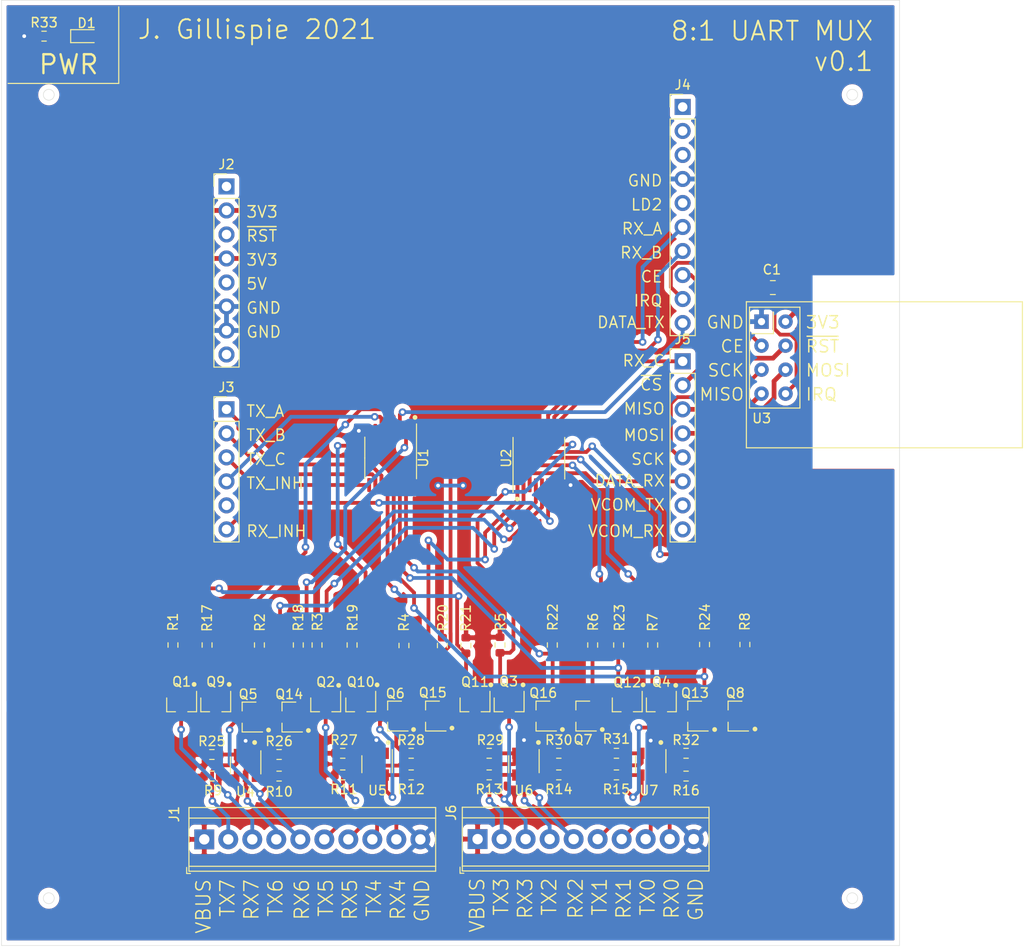
<source format=kicad_pcb>
(kicad_pcb (version 20171130) (host pcbnew 5.1.7-a382d34a8~88~ubuntu18.04.1)
  (layers (0 F.Cu signal) (31 B.Cu signal) (34 B.Paste user) (35 F.Paste user) (36 B.SilkS user) (37 F.SilkS user) (38 B.Mask user) (39 F.Mask user) (44 Edge.Cuts user))
  (net 0 "")
  (net 1 "Net-(D1-Pad1)")
  (net 2 +3V3)
  (net 3 ~RST)
  (net 4 +5V)
  (net 5 GND)
  (net 6 TX_A)
  (net 7 TX_B)
  (net 8 TX_C)
  (net 9 TX_INH)
  (net 10 RX_INH)
  (net 11 LD2)
  (net 12 RX_A)
  (net 13 RX_B)
  (net 14 CE)
  (net 15 IRQ)
  (net 16 DATA_TX)
  (net 17 VCOM_RX)
  (net 18 VCOM_TX)
  (net 19 DATA_RX)
  (net 20 SCK)
  (net 21 MOSI)
  (net 22 MISO)
  (net 23 ~CS)
  (net 24 RX_C)
  (net 25 RX4)
  (net 26 TX4)
  (net 27 RX5)
  (net 28 TX5)
  (net 29 RX6)
  (net 30 TX6)
  (net 31 RX7)
  (net 32 TX7)
  (net 33 VBUS)
  (net 34 TX3)
  (net 35 RX3)
  (net 36 TX2)
  (net 37 RX2)
  (net 38 TX1)
  (net 39 RX1)
  (net 40 TX0)
  (net 41 RX0)
  (net 42 TX_CH6)
  (net 43 TX_CH4)
  (net 44 TX_CH2)
  (net 45 TX_CH0)
  (net 46 RX_CH6)
  (net 47 RX_CH4)
  (net 48 RX_CH2)
  (net 49 RX_CH0)
  (net 50 TX_CH7)
  (net 51 TX_CH5)
  (net 52 TX_CH3)
  (net 53 TX_CH1)
  (net 54 RX_CH7)
  (net 55 RX_CH5)
  (net 56 RX_CH3)
  (net 57 RX_CH1)
  (net 58 "Net-(U1-Pad7)")
  (net 59 "Net-(U2-Pad7)")
  (net 60 "Net-(U4-Pad1)")
  (net 61 "Net-(U5-Pad1)")
  (net 62 "Net-(J2-Pad1)")
  (net 63 "Net-(J2-Pad8)")
  (net 64 "Net-(J3-Pad5)")
  (net 65 "Net-(J4-Pad1)")
  (net 66 "Net-(J4-Pad2)")
  (net 67 "Net-(J4-Pad3)")
  (net 68 "Net-(U6-Pad1)")
  (net 69 "Net-(U7-Pad1)")
  (module Resistor_SMD:R_0603_1608Metric (layer F.Cu) (at 173.8884 118.2116 90)
    (fp_text reference R7 (at 2.3876 0 90) (layer F.SilkS))
    (fp_text value 10k)
    (pad 1 smd roundrect (at -0.825 0 90) (size 0.8 0.95) (layers F.Cu F.Paste F.Mask) (net 57 RX_CH1))
    (pad 2 smd roundrect (at 0.825 0 90) (size 0.8 0.95) (layers F.Cu F.Paste F.Mask) (net 2 +3V3))
  )
  (module Package_TO_SOT_SMD:SOT-23 (layer F.Cu) (at 162.306 125.73 180)
    (fp_text reference Q16 (at 0 2.4384) (layer F.SilkS))
    (fp_text value 2N7002)
    (pad 3 smd rect (at 1 0 180) (size 0.9 0.8) (layers F.Cu F.Paste F.Mask) (net 36 TX2))
    (pad 2 smd rect (at -1 0.95 180) (size 0.9 0.8) (layers F.Cu F.Paste F.Mask) (net 44 TX_CH2))
    (pad 1 smd rect (at -1 -0.95 180) (size 0.9 0.8) (layers F.Cu F.Paste F.Mask) (net 33 VBUS))
  )
  (module Package_TO_SOT_SMD:SOT-23 (layer F.Cu) (at 150.622 125.73 180)
    (fp_text reference Q15 (at 0 2.4765) (layer F.SilkS))
    (fp_text value 2N7002)
    (pad 3 smd rect (at 1 0 180) (size 0.9 0.8) (layers F.Cu F.Paste F.Mask) (net 26 TX4))
    (pad 2 smd rect (at -1 0.95 180) (size 0.9 0.8) (layers F.Cu F.Paste F.Mask) (net 43 TX_CH4))
    (pad 1 smd rect (at -1 -0.95 180) (size 0.9 0.8) (layers F.Cu F.Paste F.Mask) (net 33 VBUS))
  )
  (module Package_TO_SOT_SMD:SOT-23 (layer F.Cu) (at 135.4328 125.8316 180)
    (fp_text reference Q14 (at 0 2.413) (layer F.SilkS))
    (fp_text value 2N7002)
    (pad 3 smd rect (at 1 0 180) (size 0.9 0.8) (layers F.Cu F.Paste F.Mask) (net 30 TX6))
    (pad 2 smd rect (at -1 0.95 180) (size 0.9 0.8) (layers F.Cu F.Paste F.Mask) (net 42 TX_CH6))
    (pad 1 smd rect (at -1 -0.95 180) (size 0.9 0.8) (layers F.Cu F.Paste F.Mask) (net 33 VBUS))
  )
  (module Package_TO_SOT_SMD:SOT-23 (layer F.Cu) (at 178.3588 125.73 180)
    (fp_text reference Q13 (at 0 2.4384) (layer F.SilkS))
    (fp_text value 2N7002)
    (pad 3 smd rect (at 1 0 180) (size 0.9 0.8) (layers F.Cu F.Paste F.Mask) (net 40 TX0))
    (pad 2 smd rect (at -1 0.95 180) (size 0.9 0.8) (layers F.Cu F.Paste F.Mask) (net 45 TX_CH0))
    (pad 1 smd rect (at -1 -0.95 180) (size 0.9 0.8) (layers F.Cu F.Paste F.Mask) (net 33 VBUS))
  )
  (module Package_TO_SOT_SMD:SOT-23 (layer F.Cu) (at 171.196 124.5108 270)
    (fp_text reference Q12 (at -2.3368 0 180) (layer F.SilkS))
    (fp_text value 2N7002)
    (pad 3 smd rect (at 1 0 270) (size 0.9 0.8) (layers F.Cu F.Paste F.Mask) (net 38 TX1))
    (pad 2 smd rect (at -1 0.95 270) (size 0.9 0.8) (layers F.Cu F.Paste F.Mask) (net 53 TX_CH1))
    (pad 1 smd rect (at -1 -0.95 270) (size 0.9 0.8) (layers F.Cu F.Paste F.Mask) (net 2 +3V3))
  )
  (module Package_TO_SOT_SMD:SOT-23 (layer F.Cu) (at 155.0924 124.5108 270)
    (fp_text reference Q11 (at -2.3876 0 180) (layer F.SilkS))
    (fp_text value 2N7002)
    (pad 3 smd rect (at 1 0 270) (size 0.9 0.8) (layers F.Cu F.Paste F.Mask) (net 34 TX3))
    (pad 2 smd rect (at -1 0.95 270) (size 0.9 0.8) (layers F.Cu F.Paste F.Mask) (net 52 TX_CH3))
    (pad 1 smd rect (at -1 -0.95 270) (size 0.9 0.8) (layers F.Cu F.Paste F.Mask) (net 2 +3V3))
  )
  (module Package_TO_SOT_SMD:SOT-23 (layer F.Cu) (at 143.002 124.5108 270)
    (fp_text reference Q10 (at -2.3876 0 180) (layer F.SilkS))
    (fp_text value 2N7002)
    (pad 3 smd rect (at 1 0 270) (size 0.9 0.8) (layers F.Cu F.Paste F.Mask) (net 28 TX5))
    (pad 2 smd rect (at -1 0.95 270) (size 0.9 0.8) (layers F.Cu F.Paste F.Mask) (net 51 TX_CH5))
    (pad 1 smd rect (at -1 -0.95 270) (size 0.9 0.8) (layers F.Cu F.Paste F.Mask) (net 2 +3V3))
  )
  (module Package_TO_SOT_SMD:SOT-23 (layer F.Cu) (at 127.6604 124.5108 270)
    (fp_text reference Q9 (at -2.413 0 180) (layer F.SilkS))
    (fp_text value 2N7002)
    (pad 3 smd rect (at 1 0 270) (size 0.9 0.8) (layers F.Cu F.Paste F.Mask) (net 32 TX7))
    (pad 2 smd rect (at -1 0.95 270) (size 0.9 0.8) (layers F.Cu F.Paste F.Mask) (net 50 TX_CH7))
    (pad 1 smd rect (at -1 -0.95 270) (size 0.9 0.8) (layers F.Cu F.Paste F.Mask) (net 2 +3V3))
  )
  (module Package_TO_SOT_SMD:SOT-23 (layer F.Cu) (at 182.626 125.73 180)
    (fp_text reference Q8 (at 0 2.4384) (layer F.SilkS))
    (fp_text value 2N7002)
    (pad 3 smd rect (at 1 0 180) (size 0.9 0.8) (layers F.Cu F.Paste F.Mask) (net 41 RX0))
    (pad 2 smd rect (at -1 0.95 180) (size 0.9 0.8) (layers F.Cu F.Paste F.Mask) (net 49 RX_CH0))
    (pad 1 smd rect (at -1 -0.95 180) (size 0.9 0.8) (layers F.Cu F.Paste F.Mask) (net 33 VBUS))
  )
  (module Package_TO_SOT_SMD:SOT-23 (layer F.Cu) (at 166.5224 125.73 180)
    (fp_text reference Q7 (at 0 -2.5) (layer F.SilkS))
    (fp_text value 2N7002)
    (pad 3 smd rect (at 1 0 180) (size 0.9 0.8) (layers F.Cu F.Paste F.Mask) (net 37 RX2))
    (pad 2 smd rect (at -1 0.95 180) (size 0.9 0.8) (layers F.Cu F.Paste F.Mask) (net 48 RX_CH2))
    (pad 1 smd rect (at -1 -0.95 180) (size 0.9 0.8) (layers F.Cu F.Paste F.Mask) (net 33 VBUS))
  )
  (module Package_TO_SOT_SMD:SOT-23 (layer F.Cu) (at 146.6088 125.73 180)
    (fp_text reference Q6 (at -0.0508 2.3876) (layer F.SilkS))
    (fp_text value 2N7002)
    (pad 3 smd rect (at 1 0 180) (size 0.9 0.8) (layers F.Cu F.Paste F.Mask) (net 25 RX4))
    (pad 2 smd rect (at -1 0.95 180) (size 0.9 0.8) (layers F.Cu F.Paste F.Mask) (net 47 RX_CH4))
    (pad 1 smd rect (at -1 -0.95 180) (size 0.9 0.8) (layers F.Cu F.Paste F.Mask) (net 33 VBUS))
  )
  (module Package_TO_SOT_SMD:SOT-23 (layer F.Cu) (at 174.8028 124.5108 270)
    (fp_text reference Q4 (at -2.3876 0 180) (layer F.SilkS))
    (fp_text value 2N7002)
    (pad 3 smd rect (at 1 0 270) (size 0.9 0.8) (layers F.Cu F.Paste F.Mask) (net 39 RX1))
    (pad 2 smd rect (at -1 0.95 270) (size 0.9 0.8) (layers F.Cu F.Paste F.Mask) (net 57 RX_CH1))
    (pad 1 smd rect (at -1 -0.95 270) (size 0.9 0.8) (layers F.Cu F.Paste F.Mask) (net 2 +3V3))
  )
  (module Package_TO_SOT_SMD:SOT-23 (layer F.Cu) (at 158.6992 124.5108 270)
    (fp_text reference Q3 (at -2.4384 0.0508 180) (layer F.SilkS))
    (fp_text value 2N7002)
    (pad 3 smd rect (at 1 0 270) (size 0.9 0.8) (layers F.Cu F.Paste F.Mask) (net 35 RX3))
    (pad 2 smd rect (at -1 0.95 270) (size 0.9 0.8) (layers F.Cu F.Paste F.Mask) (net 56 RX_CH3))
    (pad 1 smd rect (at -1 -0.95 270) (size 0.9 0.8) (layers F.Cu F.Paste F.Mask) (net 2 +3V3))
  )
  (module Package_TO_SOT_SMD:SOT-23 (layer F.Cu) (at 139.2936 124.5108 270)
    (fp_text reference Q2 (at -2.3876 0 180) (layer F.SilkS))
    (fp_text value 2N7002)
    (pad 3 smd rect (at 1 0 270) (size 0.9 0.8) (layers F.Cu F.Paste F.Mask) (net 27 RX5))
    (pad 2 smd rect (at -1 0.95 270) (size 0.9 0.8) (layers F.Cu F.Paste F.Mask) (net 55 RX_CH5))
    (pad 1 smd rect (at -1 -0.95 270) (size 0.9 0.8) (layers F.Cu F.Paste F.Mask) (net 2 +3V3))
  )
  (module Package_TO_SOT_SMD:SOT-23 (layer F.Cu) (at 124.0536 124.5108 270)
    (fp_text reference Q1 (at -2.413 0 180) (layer F.SilkS))
    (fp_text value 2N7002)
    (pad 1 smd rect (at -1 -0.95 270) (size 0.9 0.8) (layers F.Cu F.Paste F.Mask) (net 2 +3V3))
    (pad 2 smd rect (at -1 0.95 270) (size 0.9 0.8) (layers F.Cu F.Paste F.Mask) (net 54 RX_CH7))
    (pad 3 smd rect (at 1 0 270) (size 0.9 0.8) (layers F.Cu F.Paste F.Mask) (net 31 RX7))
  )
  (module LED_SMD:LED_0603_1608Metric_Castellated (layer F.Cu) (at 114 53.8)
    (fp_text reference D1 (at 0 -1.38) (layer F.SilkS))
    (fp_text value BLUE)
    (pad 1 smd roundrect (at -0.8125 0) (size 1.225 0.85) (layers F.Cu F.Paste F.Mask) (net 1 "Net-(D1-Pad1)"))
    (pad 2 smd roundrect (at 0.8125 0) (size 1.225 0.85) (layers F.Cu F.Paste F.Mask) (net 2 +3V3))
  )
  (module Connector_PinHeader_2.54mm:PinHeader_1x08_P2.54mm_Vertical (layer F.Cu) (at 128.8 69.7)
    (fp_text reference J2 (at 0 -2.33) (layer F.SilkS))
    (fp_text value CN6)
    (pad 1 thru_hole rect (at 0 0) (size 1.7 1.7) (drill 1) (layers *.Cu *.Mask) (net 62 "Net-(J2-Pad1)"))
    (pad 2 thru_hole oval (at 0 2.54) (size 1.7 1.7) (drill 1) (layers *.Cu *.Mask) (net 2 +3V3))
    (pad 3 thru_hole oval (at 0 5.08) (size 1.7 1.7) (drill 1) (layers *.Cu *.Mask) (net 3 ~RST))
    (pad 4 thru_hole oval (at 0 7.62) (size 1.7 1.7) (drill 1) (layers *.Cu *.Mask) (net 2 +3V3))
    (pad 5 thru_hole oval (at 0 10.16) (size 1.7 1.7) (drill 1) (layers *.Cu *.Mask) (net 4 +5V))
    (pad 6 thru_hole oval (at 0 12.7) (size 1.7 1.7) (drill 1) (layers *.Cu *.Mask) (net 5 GND))
    (pad 7 thru_hole oval (at 0 15.24) (size 1.7 1.7) (drill 1) (layers *.Cu *.Mask) (net 5 GND))
    (pad 8 thru_hole oval (at 0 17.78) (size 1.7 1.7) (drill 1) (layers *.Cu *.Mask) (net 63 "Net-(J2-Pad8)"))
  )
  (module Connector_PinHeader_2.54mm:PinHeader_1x06_P2.54mm_Vertical (layer F.Cu) (at 128.8 93.28)
    (fp_text reference J3 (at 0 -2.33) (layer F.SilkS))
    (fp_text value CN8)
    (pad 1 thru_hole rect (at 0 0) (size 1.7 1.7) (drill 1) (layers *.Cu *.Mask) (net 6 TX_A))
    (pad 2 thru_hole oval (at 0 2.54) (size 1.7 1.7) (drill 1) (layers *.Cu *.Mask) (net 7 TX_B))
    (pad 3 thru_hole oval (at 0 5.08) (size 1.7 1.7) (drill 1) (layers *.Cu *.Mask) (net 8 TX_C))
    (pad 4 thru_hole oval (at 0 7.62) (size 1.7 1.7) (drill 1) (layers *.Cu *.Mask) (net 9 TX_INH))
    (pad 5 thru_hole oval (at 0 10.16) (size 1.7 1.7) (drill 1) (layers *.Cu *.Mask) (net 64 "Net-(J3-Pad5)"))
    (pad 6 thru_hole oval (at 0 12.7) (size 1.7 1.7) (drill 1) (layers *.Cu *.Mask) (net 10 RX_INH))
  )
  (module Connector_PinHeader_2.54mm:PinHeader_1x10_P2.54mm_Vertical (layer F.Cu) (at 177.06 61.29)
    (fp_text reference J4 (at 0 -2.33) (layer F.SilkS))
    (fp_text value CN5)
    (pad 1 thru_hole rect (at 0 0) (size 1.7 1.7) (drill 1) (layers *.Cu *.Mask) (net 65 "Net-(J4-Pad1)"))
    (pad 2 thru_hole oval (at 0 2.54) (size 1.7 1.7) (drill 1) (layers *.Cu *.Mask) (net 66 "Net-(J4-Pad2)"))
    (pad 3 thru_hole oval (at 0 5.08) (size 1.7 1.7) (drill 1) (layers *.Cu *.Mask) (net 67 "Net-(J4-Pad3)"))
    (pad 4 thru_hole oval (at 0 7.62) (size 1.7 1.7) (drill 1) (layers *.Cu *.Mask) (net 5 GND))
    (pad 5 thru_hole oval (at 0 10.16) (size 1.7 1.7) (drill 1) (layers *.Cu *.Mask) (net 11 LD2))
    (pad 6 thru_hole oval (at 0 12.7) (size 1.7 1.7) (drill 1) (layers *.Cu *.Mask) (net 12 RX_A))
    (pad 7 thru_hole oval (at 0 15.24) (size 1.7 1.7) (drill 1) (layers *.Cu *.Mask) (net 13 RX_B))
    (pad 8 thru_hole oval (at 0 17.78) (size 1.7 1.7) (drill 1) (layers *.Cu *.Mask) (net 14 CE))
    (pad 9 thru_hole oval (at 0 20.32) (size 1.7 1.7) (drill 1) (layers *.Cu *.Mask) (net 15 IRQ))
    (pad 10 thru_hole oval (at 0 22.86) (size 1.7 1.7) (drill 1) (layers *.Cu *.Mask) (net 16 DATA_TX))
  )
  (module Connector_PinHeader_2.54mm:PinHeader_1x08_P2.54mm_Vertical (layer F.Cu) (at 177.06 88.2)
    (fp_text reference J5 (at 0 -2.33) (layer F.SilkS))
    (fp_text value CN9)
    (pad 8 thru_hole oval (at 0 17.78) (size 1.7 1.7) (drill 1) (layers *.Cu *.Mask) (net 17 VCOM_RX))
    (pad 7 thru_hole oval (at 0 15.24) (size 1.7 1.7) (drill 1) (layers *.Cu *.Mask) (net 18 VCOM_TX))
    (pad 6 thru_hole oval (at 0 12.7) (size 1.7 1.7) (drill 1) (layers *.Cu *.Mask) (net 19 DATA_RX))
    (pad 5 thru_hole oval (at 0 10.16) (size 1.7 1.7) (drill 1) (layers *.Cu *.Mask) (net 20 SCK))
    (pad 4 thru_hole oval (at 0 7.62) (size 1.7 1.7) (drill 1) (layers *.Cu *.Mask) (net 21 MOSI))
    (pad 3 thru_hole oval (at 0 5.08) (size 1.7 1.7) (drill 1) (layers *.Cu *.Mask) (net 22 MISO))
    (pad 2 thru_hole oval (at 0 2.54) (size 1.7 1.7) (drill 1) (layers *.Cu *.Mask) (net 23 ~CS))
    (pad 1 thru_hole rect (at 0 0) (size 1.7 1.7) (drill 1) (layers *.Cu *.Mask) (net 24 RX_C))
  )
  (module TerminalBlock_TE-Connectivity:TerminalBlock_TE_1-282834-0_1x10_P2.54mm_Horizontal (layer F.Cu) (at 126.447 138.773)
    (fp_text reference J1 (at -3.175 -2.667 -90) (layer F.SilkS))
    (fp_text value Screw_Terminal_01x10)
    (pad 10 thru_hole circle (at 22.86 0) (size 2.1 2.1) (drill 1.1) (layers *.Cu *.Mask) (net 5 GND))
    (pad 9 thru_hole circle (at 20.32 0) (size 2.1 2.1) (drill 1.1) (layers *.Cu *.Mask) (net 25 RX4))
    (pad 8 thru_hole circle (at 17.78 0) (size 2.1 2.1) (drill 1.1) (layers *.Cu *.Mask) (net 26 TX4))
    (pad 7 thru_hole circle (at 15.24 0) (size 2.1 2.1) (drill 1.1) (layers *.Cu *.Mask) (net 27 RX5))
    (pad 6 thru_hole circle (at 12.7 0) (size 2.1 2.1) (drill 1.1) (layers *.Cu *.Mask) (net 28 TX5))
    (pad 5 thru_hole circle (at 10.16 0) (size 2.1 2.1) (drill 1.1) (layers *.Cu *.Mask) (net 29 RX6))
    (pad 4 thru_hole circle (at 7.62 0) (size 2.1 2.1) (drill 1.1) (layers *.Cu *.Mask) (net 30 TX6))
    (pad 3 thru_hole circle (at 5.08 0) (size 2.1 2.1) (drill 1.1) (layers *.Cu *.Mask) (net 31 RX7))
    (pad 2 thru_hole circle (at 2.54 0) (size 2.1 2.1) (drill 1.1) (layers *.Cu *.Mask) (net 32 TX7))
    (pad 1 thru_hole rect (at 0 0) (size 2.1 2.1) (drill 1.1) (layers *.Cu *.Mask) (net 33 VBUS))
  )
  (module TerminalBlock_TE-Connectivity:TerminalBlock_TE_1-282834-0_1x10_P2.54mm_Horizontal (layer F.Cu) (at 155.367 138.746)
    (fp_text reference J6 (at -2.8 -2.8 -90) (layer F.SilkS))
    (fp_text value Screw_Terminal_01x10)
    (pad 1 thru_hole rect (at 0 0) (size 2.1 2.1) (drill 1.1) (layers *.Cu *.Mask) (net 33 VBUS))
    (pad 2 thru_hole circle (at 2.54 0) (size 2.1 2.1) (drill 1.1) (layers *.Cu *.Mask) (net 34 TX3))
    (pad 3 thru_hole circle (at 5.08 0) (size 2.1 2.1) (drill 1.1) (layers *.Cu *.Mask) (net 35 RX3))
    (pad 4 thru_hole circle (at 7.62 0) (size 2.1 2.1) (drill 1.1) (layers *.Cu *.Mask) (net 36 TX2))
    (pad 5 thru_hole circle (at 10.16 0) (size 2.1 2.1) (drill 1.1) (layers *.Cu *.Mask) (net 37 RX2))
    (pad 6 thru_hole circle (at 12.7 0) (size 2.1 2.1) (drill 1.1) (layers *.Cu *.Mask) (net 38 TX1))
    (pad 7 thru_hole circle (at 15.24 0) (size 2.1 2.1) (drill 1.1) (layers *.Cu *.Mask) (net 39 RX1))
    (pad 8 thru_hole circle (at 17.78 0) (size 2.1 2.1) (drill 1.1) (layers *.Cu *.Mask) (net 40 TX0))
    (pad 9 thru_hole circle (at 20.32 0) (size 2.1 2.1) (drill 1.1) (layers *.Cu *.Mask) (net 41 RX0))
    (pad 10 thru_hole circle (at 22.86 0) (size 2.1 2.1) (drill 1.1) (layers *.Cu *.Mask) (net 5 GND))
  )
  (module Resistor_SMD:R_0603_1608Metric (layer F.Cu) (at 136.398 118.2116 90)
    (fp_text reference R18 (at 2.8956 0 90) (layer F.SilkS))
    (fp_text value 10k)
    (pad 1 smd roundrect (at -0.825 0 90) (size 0.8 0.95) (layers F.Cu F.Paste F.Mask) (net 42 TX_CH6))
    (pad 2 smd roundrect (at 0.825 0 90) (size 0.8 0.95) (layers F.Cu F.Paste F.Mask) (net 2 +3V3))
  )
  (module Resistor_SMD:R_0603_1608Metric (layer F.Cu) (at 151.638 118.2624 90)
    (fp_text reference R20 (at 2.9464 0.0508 90) (layer F.SilkS))
    (fp_text value 10k)
    (pad 2 smd roundrect (at 0.825 0 90) (size 0.8 0.95) (layers F.Cu F.Paste F.Mask) (net 2 +3V3))
    (pad 1 smd roundrect (at -0.825 0 90) (size 0.8 0.95) (layers F.Cu F.Paste F.Mask) (net 43 TX_CH4))
  )
  (module Resistor_SMD:R_0603_1608Metric (layer F.Cu) (at 163.2712 118.2116 90)
    (fp_text reference R22 (at 2.9464 0.0508 90) (layer F.SilkS))
    (fp_text value 10k)
    (pad 2 smd roundrect (at 0.825 0 90) (size 0.8 0.95) (layers F.Cu F.Paste F.Mask) (net 2 +3V3))
    (pad 1 smd roundrect (at -0.825 0 90) (size 0.8 0.95) (layers F.Cu F.Paste F.Mask) (net 44 TX_CH2))
  )
  (module Resistor_SMD:R_0603_1608Metric (layer F.Cu) (at 179.3748 118.1608 90)
    (fp_text reference R24 (at 2.8956 0.0508 90) (layer F.SilkS))
    (fp_text value 10k)
    (pad 2 smd roundrect (at 0.825 0 90) (size 0.8 0.95) (layers F.Cu F.Paste F.Mask) (net 2 +3V3))
    (pad 1 smd roundrect (at -0.825 0 90) (size 0.8 0.95) (layers F.Cu F.Paste F.Mask) (net 45 TX_CH0))
  )
  (module Resistor_SMD:R_0603_1608Metric (layer F.Cu) (at 132.2832 118.2116 90)
    (fp_text reference R2 (at 2.3876 0.0508 90) (layer F.SilkS))
    (fp_text value 10k)
    (pad 2 smd roundrect (at 0.825 0 90) (size 0.8 0.95) (layers F.Cu F.Paste F.Mask) (net 2 +3V3))
    (pad 1 smd roundrect (at -0.825 0 90) (size 0.8 0.95) (layers F.Cu F.Paste F.Mask) (net 46 RX_CH6))
  )
  (module Resistor_SMD:R_0603_1608Metric (layer F.Cu) (at 147.574 118.2624 90)
    (fp_text reference R4 (at 2.4384 0 90) (layer F.SilkS))
    (fp_text value 10k)
    (pad 1 smd roundrect (at -0.825 0 90) (size 0.8 0.95) (layers F.Cu F.Paste F.Mask) (net 47 RX_CH4))
    (pad 2 smd roundrect (at 0.825 0 90) (size 0.8 0.95) (layers F.Cu F.Paste F.Mask) (net 2 +3V3))
  )
  (module Resistor_SMD:R_0603_1608Metric (layer F.Cu) (at 167.5384 118.2116 90)
    (fp_text reference R6 (at 2.4384 0.0508 90) (layer F.SilkS))
    (fp_text value 10k)
    (pad 2 smd roundrect (at 0.825 0 90) (size 0.8 0.95) (layers F.Cu F.Paste F.Mask) (net 2 +3V3))
    (pad 1 smd roundrect (at -0.825 0 90) (size 0.8 0.95) (layers F.Cu F.Paste F.Mask) (net 48 RX_CH2))
  )
  (module Resistor_SMD:R_0603_1608Metric (layer F.Cu) (at 183.642 118.1608 90)
    (fp_text reference R8 (at 2.425 0 90) (layer F.SilkS))
    (fp_text value 10k)
    (pad 2 smd roundrect (at 0.825 0 90) (size 0.8 0.95) (layers F.Cu F.Paste F.Mask) (net 2 +3V3))
    (pad 1 smd roundrect (at -0.825 0 90) (size 0.8 0.95) (layers F.Cu F.Paste F.Mask) (net 49 RX_CH0))
  )
  (module Resistor_SMD:R_0603_1608Metric (layer F.Cu) (at 126.746 118.2116 90)
    (fp_text reference R17 (at 2.8448 0 90) (layer F.SilkS))
    (fp_text value 10k)
    (pad 2 smd roundrect (at 0.825 0 90) (size 0.8 0.95) (layers F.Cu F.Paste F.Mask) (net 2 +3V3))
    (pad 1 smd roundrect (at -0.825 0 90) (size 0.8 0.95) (layers F.Cu F.Paste F.Mask) (net 50 TX_CH7))
  )
  (module Resistor_SMD:R_0603_1608Metric (layer F.Cu) (at 142.0876 118.2116 90)
    (fp_text reference R19 (at 2.8956 0.0508 90) (layer F.SilkS))
    (fp_text value 10k)
    (pad 1 smd roundrect (at -0.825 0 90) (size 0.8 0.95) (layers F.Cu F.Paste F.Mask) (net 51 TX_CH5))
    (pad 2 smd roundrect (at 0.825 0 90) (size 0.8 0.95) (layers F.Cu F.Paste F.Mask) (net 2 +3V3))
  )
  (module Resistor_SMD:R_0603_1608Metric (layer F.Cu) (at 154.1272 118.2624 90)
    (fp_text reference R21 (at 2.8956 0 90) (layer F.SilkS))
    (fp_text value 10k)
    (pad 1 smd roundrect (at -0.825 0 90) (size 0.8 0.95) (layers F.Cu F.Paste F.Mask) (net 52 TX_CH3))
    (pad 2 smd roundrect (at 0.825 0 90) (size 0.8 0.95) (layers F.Cu F.Paste F.Mask) (net 2 +3V3))
  )
  (module Resistor_SMD:R_0603_1608Metric (layer F.Cu) (at 170.2816 118.2116 90)
    (fp_text reference R23 (at 2.8956 0.1016 90) (layer F.SilkS))
    (fp_text value 10k)
    (pad 1 smd roundrect (at -0.825 0 90) (size 0.8 0.95) (layers F.Cu F.Paste F.Mask) (net 53 TX_CH1))
    (pad 2 smd roundrect (at 0.825 0 90) (size 0.8 0.95) (layers F.Cu F.Paste F.Mask) (net 2 +3V3))
  )
  (module Resistor_SMD:R_0603_1608Metric (layer F.Cu) (at 123.1392 118.2116 90)
    (fp_text reference R1 (at 2.4384 0 90) (layer F.SilkS))
    (fp_text value 10k)
    (pad 1 smd roundrect (at -0.825 0 90) (size 0.8 0.95) (layers F.Cu F.Paste F.Mask) (net 54 RX_CH7))
    (pad 2 smd roundrect (at 0.825 0 90) (size 0.8 0.95) (layers F.Cu F.Paste F.Mask) (net 2 +3V3))
  )
  (module Resistor_SMD:R_0603_1608Metric (layer F.Cu) (at 138.3792 118.2116 90)
    (fp_text reference R3 (at 2.4384 0.0508 90) (layer F.SilkS))
    (fp_text value 10k)
    (pad 1 smd roundrect (at -0.825 0 90) (size 0.8 0.95) (layers F.Cu F.Paste F.Mask) (net 55 RX_CH5))
    (pad 2 smd roundrect (at 0.825 0 90) (size 0.8 0.95) (layers F.Cu F.Paste F.Mask) (net 2 +3V3))
  )
  (module Resistor_SMD:R_0603_1608Metric (layer F.Cu) (at 157.734 118.2116 90)
    (fp_text reference R5 (at 2.4384 0.0508 90) (layer F.SilkS))
    (fp_text value 10k)
    (pad 1 smd roundrect (at -0.825 0 90) (size 0.8 0.95) (layers F.Cu F.Paste F.Mask) (net 56 RX_CH3))
    (pad 2 smd roundrect (at 0.825 0 90) (size 0.8 0.95) (layers F.Cu F.Paste F.Mask) (net 2 +3V3))
  )
  (module Resistor_SMD:R_0603_1608Metric (layer F.Cu) (at 127.254 129.794)
    (fp_text reference R25 (at 0 -1.397) (layer F.SilkS))
    (fp_text value 10k)
    (pad 1 smd roundrect (at -0.825 0) (size 0.8 0.95) (layers F.Cu F.Paste F.Mask) (net 33 VBUS))
    (pad 2 smd roundrect (at 0.825 0) (size 0.8 0.95) (layers F.Cu F.Paste F.Mask) (net 32 TX7))
  )
  (module Resistor_SMD:R_0603_1608Metric (layer F.Cu) (at 141.097 129.667)
    (fp_text reference R27 (at 0.127 -1.397) (layer F.SilkS))
    (fp_text value 10k)
    (pad 2 smd roundrect (at 0.825 0) (size 0.8 0.95) (layers F.Cu F.Paste F.Mask) (net 28 TX5))
    (pad 1 smd roundrect (at -0.825 0) (size 0.8 0.95) (layers F.Cu F.Paste F.Mask) (net 33 VBUS))
  )
  (module Resistor_SMD:R_0603_1608Metric (layer F.Cu) (at 156.591 129.667)
    (fp_text reference R29 (at 0.127 -1.397) (layer F.SilkS))
    (fp_text value 10k)
    (pad 2 smd roundrect (at 0.825 0) (size 0.8 0.95) (layers F.Cu F.Paste F.Mask) (net 34 TX3))
    (pad 1 smd roundrect (at -0.825 0) (size 0.8 0.95) (layers F.Cu F.Paste F.Mask) (net 33 VBUS))
  )
  (module Resistor_SMD:R_0603_1608Metric (layer F.Cu) (at 170.053 129.667)
    (fp_text reference R31 (at 0 -1.524) (layer F.SilkS))
    (fp_text value 10k)
    (pad 2 smd roundrect (at 0.825 0) (size 0.8 0.95) (layers F.Cu F.Paste F.Mask) (net 38 TX1))
    (pad 1 smd roundrect (at -0.825 0) (size 0.8 0.95) (layers F.Cu F.Paste F.Mask) (net 33 VBUS))
  )
  (module Resistor_SMD:R_0603_1608Metric (layer F.Cu) (at 127.254 132.08)
    (fp_text reference R9 (at 0.127 1.524) (layer F.SilkS))
    (fp_text value 10k)
    (pad 2 smd roundrect (at 0.825 0) (size 0.8 0.95) (layers F.Cu F.Paste F.Mask) (net 31 RX7))
    (pad 1 smd roundrect (at -0.825 0) (size 0.8 0.95) (layers F.Cu F.Paste F.Mask) (net 33 VBUS))
  )
  (module Resistor_SMD:R_0603_1608Metric (layer F.Cu) (at 141.097 131.953)
    (fp_text reference R11 (at 0.127 1.524) (layer F.SilkS))
    (fp_text value 10k)
    (pad 2 smd roundrect (at 0.825 0) (size 0.8 0.95) (layers F.Cu F.Paste F.Mask) (net 27 RX5))
    (pad 1 smd roundrect (at -0.825 0) (size 0.8 0.95) (layers F.Cu F.Paste F.Mask) (net 33 VBUS))
  )
  (module Resistor_SMD:R_0603_1608Metric (layer F.Cu) (at 156.591 131.953)
    (fp_text reference R13 (at 0 1.524) (layer F.SilkS))
    (fp_text value 10k)
    (pad 2 smd roundrect (at 0.825 0) (size 0.8 0.95) (layers F.Cu F.Paste F.Mask) (net 35 RX3))
    (pad 1 smd roundrect (at -0.825 0) (size 0.8 0.95) (layers F.Cu F.Paste F.Mask) (net 33 VBUS))
  )
  (module Resistor_SMD:R_0603_1608Metric (layer F.Cu) (at 170.053 131.953)
    (fp_text reference R15 (at 0 1.524) (layer F.SilkS))
    (fp_text value 10k)
    (pad 2 smd roundrect (at 0.825 0) (size 0.8 0.95) (layers F.Cu F.Paste F.Mask) (net 39 RX1))
    (pad 1 smd roundrect (at -0.825 0) (size 0.8 0.95) (layers F.Cu F.Paste F.Mask) (net 33 VBUS))
  )
  (module Resistor_SMD:R_0603_1608Metric (layer F.Cu) (at 134.366 129.794 180)
    (fp_text reference R26 (at 0 1.397) (layer F.SilkS))
    (fp_text value 10k)
    (pad 2 smd roundrect (at 0.825 0 180) (size 0.8 0.95) (layers F.Cu F.Paste F.Mask) (net 30 TX6))
    (pad 1 smd roundrect (at -0.825 0 180) (size 0.8 0.95) (layers F.Cu F.Paste F.Mask) (net 33 VBUS))
  )
  (module Resistor_SMD:R_0603_1608Metric (layer F.Cu) (at 148.336 129.667 180)
    (fp_text reference R28 (at 0 1.397) (layer F.SilkS))
    (fp_text value 10k)
    (pad 1 smd roundrect (at -0.825 0 180) (size 0.8 0.95) (layers F.Cu F.Paste F.Mask) (net 33 VBUS))
    (pad 2 smd roundrect (at 0.825 0 180) (size 0.8 0.95) (layers F.Cu F.Paste F.Mask) (net 26 TX4))
  )
  (module Resistor_SMD:R_0603_1608Metric (layer F.Cu) (at 163.957 129.667 180)
    (fp_text reference R30 (at 0 1.397) (layer F.SilkS))
    (fp_text value 10k)
    (pad 1 smd roundrect (at -0.825 0 180) (size 0.8 0.95) (layers F.Cu F.Paste F.Mask) (net 33 VBUS))
    (pad 2 smd roundrect (at 0.825 0 180) (size 0.8 0.95) (layers F.Cu F.Paste F.Mask) (net 36 TX2))
  )
  (module Resistor_SMD:R_0603_1608Metric (layer F.Cu) (at 177.419 129.667 180)
    (fp_text reference R32 (at 0 1.397) (layer F.SilkS))
    (fp_text value 10k)
    (pad 1 smd roundrect (at -0.825 0 180) (size 0.8 0.95) (layers F.Cu F.Paste F.Mask) (net 33 VBUS))
    (pad 2 smd roundrect (at 0.825 0 180) (size 0.8 0.95) (layers F.Cu F.Paste F.Mask) (net 40 TX0))
  )
  (module Resistor_SMD:R_0603_1608Metric (layer F.Cu) (at 134.366 132.08 180)
    (fp_text reference R10 (at 0 -1.651) (layer F.SilkS))
    (fp_text value 10k)
    (pad 2 smd roundrect (at 0.825 0 180) (size 0.8 0.95) (layers F.Cu F.Paste F.Mask) (net 29 RX6))
    (pad 1 smd roundrect (at -0.825 0 180) (size 0.8 0.95) (layers F.Cu F.Paste F.Mask) (net 33 VBUS))
  )
  (module Resistor_SMD:R_0603_1608Metric (layer F.Cu) (at 148.336 131.953 180)
    (fp_text reference R12 (at 0 -1.524) (layer F.SilkS))
    (fp_text value 10k)
    (pad 1 smd roundrect (at -0.825 0 180) (size 0.8 0.95) (layers F.Cu F.Paste F.Mask) (net 33 VBUS))
    (pad 2 smd roundrect (at 0.825 0 180) (size 0.8 0.95) (layers F.Cu F.Paste F.Mask) (net 25 RX4))
  )
  (module Resistor_SMD:R_0603_1608Metric (layer F.Cu) (at 163.957 131.953 180)
    (fp_text reference R14 (at 0 -1.524) (layer F.SilkS))
    (fp_text value 10k)
    (pad 1 smd roundrect (at -0.825 0 180) (size 0.8 0.95) (layers F.Cu F.Paste F.Mask) (net 33 VBUS))
    (pad 2 smd roundrect (at 0.825 0 180) (size 0.8 0.95) (layers F.Cu F.Paste F.Mask) (net 37 RX2))
  )
  (module Resistor_SMD:R_0603_1608Metric (layer F.Cu) (at 177.419 132.08 180)
    (fp_text reference R16 (at 0 -1.524) (layer F.SilkS))
    (fp_text value 10k)
    (pad 1 smd roundrect (at -0.825 0 180) (size 0.8 0.95) (layers F.Cu F.Paste F.Mask) (net 33 VBUS))
    (pad 2 smd roundrect (at 0.825 0 180) (size 0.8 0.95) (layers F.Cu F.Paste F.Mask) (net 41 RX0))
  )
  (module Resistor_SMD:R_0603_1608Metric (layer F.Cu) (at 109.5 53.8)
    (fp_text reference R33 (at 0 -1.43) (layer F.SilkS))
    (fp_text value 1k5)
    (pad 1 smd roundrect (at -0.825 0) (size 0.8 0.95) (layers F.Cu F.Paste F.Mask) (net 5 GND))
    (pad 2 smd roundrect (at 0.825 0) (size 0.8 0.95) (layers F.Cu F.Paste F.Mask) (net 1 "Net-(D1-Pad1)"))
  )
  (module my_lib:M74HC4851_ST_TSSOP-16 (layer F.Cu) (at 146.1664 98.4204 270)
    (fp_text reference U1 (at 0 -3.45 90) (layer F.SilkS))
    (fp_text value M74HC4851)
    (pad 16 smd roundrect (at 2.8625 -2.275 270) (size 1.475 0.4) (layers F.Cu F.Paste F.Mask) (net 2 +3V3))
    (pad 15 smd roundrect (at 2.8625 -1.625 270) (size 1.475 0.4) (layers F.Cu F.Paste F.Mask) (net 44 TX_CH2))
    (pad 14 smd roundrect (at 2.8625 -0.975 270) (size 1.475 0.4) (layers F.Cu F.Paste F.Mask) (net 53 TX_CH1))
    (pad 13 smd roundrect (at 2.8625 -0.325 270) (size 1.475 0.4) (layers F.Cu F.Paste F.Mask) (net 45 TX_CH0))
    (pad 12 smd roundrect (at 2.8625 0.325 270) (size 1.475 0.4) (layers F.Cu F.Paste F.Mask) (net 52 TX_CH3))
    (pad 11 smd roundrect (at 2.8625 0.975 270) (size 1.475 0.4) (layers F.Cu F.Paste F.Mask) (net 6 TX_A))
    (pad 10 smd roundrect (at 2.8625 1.625 270) (size 1.475 0.4) (layers F.Cu F.Paste F.Mask) (net 7 TX_B))
    (pad 9 smd roundrect (at 2.8625 2.275 270) (size 1.475 0.4) (layers F.Cu F.Paste F.Mask) (net 8 TX_C))
    (pad 8 smd roundrect (at -2.8625 2.275 270) (size 1.475 0.4) (layers F.Cu F.Paste F.Mask) (net 5 GND))
    (pad 7 smd roundrect (at -2.8625 1.625 270) (size 1.475 0.4) (layers F.Cu F.Paste F.Mask) (net 58 "Net-(U1-Pad7)"))
    (pad 6 smd roundrect (at -2.8625 0.975 270) (size 1.475 0.4) (layers F.Cu F.Paste F.Mask) (net 9 TX_INH))
    (pad 5 smd roundrect (at -2.8625 0.325 270) (size 1.475 0.4) (layers F.Cu F.Paste F.Mask) (net 51 TX_CH5))
    (pad 4 smd roundrect (at -2.8625 -0.325 270) (size 1.475 0.4) (layers F.Cu F.Paste F.Mask) (net 50 TX_CH7))
    (pad 3 smd roundrect (at -2.8625 -0.975 270) (size 1.475 0.4) (layers F.Cu F.Paste F.Mask) (net 16 DATA_TX))
    (pad 2 smd roundrect (at -2.8625 -1.625 270) (size 1.475 0.4) (layers F.Cu F.Paste F.Mask) (net 42 TX_CH6))
    (pad 1 smd roundrect (at -2.8625 -2.275 270) (size 1.475 0.4) (layers F.Cu F.Paste F.Mask) (net 43 TX_CH4))
  )
  (module my_lib:M74HC4851_ST_TSSOP-16 (layer F.Cu) (at 161.8488 98.4504 90)
    (fp_text reference U2 (at 0 -3.45 90) (layer F.SilkS))
    (fp_text value M74HC4851)
    (pad 1 smd roundrect (at -2.8625 -2.275 90) (size 1.475 0.4) (layers F.Cu F.Paste F.Mask) (net 47 RX_CH4))
    (pad 2 smd roundrect (at -2.8625 -1.625 90) (size 1.475 0.4) (layers F.Cu F.Paste F.Mask) (net 46 RX_CH6))
    (pad 3 smd roundrect (at -2.8625 -0.975 90) (size 1.475 0.4) (layers F.Cu F.Paste F.Mask) (net 19 DATA_RX))
    (pad 4 smd roundrect (at -2.8625 -0.325 90) (size 1.475 0.4) (layers F.Cu F.Paste F.Mask) (net 54 RX_CH7))
    (pad 5 smd roundrect (at -2.8625 0.325 90) (size 1.475 0.4) (layers F.Cu F.Paste F.Mask) (net 55 RX_CH5))
    (pad 6 smd roundrect (at -2.8625 0.975 90) (size 1.475 0.4) (layers F.Cu F.Paste F.Mask) (net 10 RX_INH))
    (pad 7 smd roundrect (at -2.8625 1.625 90) (size 1.475 0.4) (layers F.Cu F.Paste F.Mask) (net 59 "Net-(U2-Pad7)"))
    (pad 8 smd roundrect (at -2.8625 2.275 90) (size 1.475 0.4) (layers F.Cu F.Paste F.Mask) (net 5 GND))
    (pad 9 smd roundrect (at 2.8625 2.275 90) (size 1.475 0.4) (layers F.Cu F.Paste F.Mask) (net 24 RX_C))
    (pad 10 smd roundrect (at 2.8625 1.625 90) (size 1.475 0.4) (layers F.Cu F.Paste F.Mask) (net 13 RX_B))
    (pad 11 smd roundrect (at 2.8625 0.975 90) (size 1.475 0.4) (layers F.Cu F.Paste F.Mask) (net 12 RX_A))
    (pad 12 smd roundrect (at 2.8625 0.325 90) (size 1.475 0.4) (layers F.Cu F.Paste F.Mask) (net 56 RX_CH3))
    (pad 13 smd roundrect (at 2.8625 -0.325 90) (size 1.475 0.4) (layers F.Cu F.Paste F.Mask) (net 49 RX_CH0))
    (pad 14 smd roundrect (at 2.8625 -0.975 90) (size 1.475 0.4) (layers F.Cu F.Paste F.Mask) (net 57 RX_CH1))
    (pad 15 smd roundrect (at 2.8625 -1.625 90) (size 1.475 0.4) (layers F.Cu F.Paste F.Mask) (net 48 RX_CH2))
    (pad 16 smd roundrect (at 2.8625 -2.275 90) (size 1.475 0.4) (layers F.Cu F.Paste F.Mask) (net 2 +3V3))
  )
  (module my_lib:ESDA17-5SC6_SOT23-6L (layer F.Cu) (at 130.823 130.949 270)
    (fp_text reference U4 (at 2.782 0.013 180) (layer F.SilkS))
    (fp_text value ESDA17-5SC6)
    (pad 5 smd rect (at 1.15 0 270) (size 1.2 0.6) (layers F.Cu F.Paste F.Mask) (net 30 TX6))
    (pad 6 smd rect (at 1.15 -0.95 270) (size 1.2 0.6) (layers F.Cu F.Paste F.Mask) (net 29 RX6))
    (pad 4 smd rect (at 1.15 0.95 270) (size 1.2 0.6) (layers F.Cu F.Paste F.Mask) (net 31 RX7))
    (pad 3 smd rect (at -1.15 0.95 270) (size 1.2 0.6) (layers F.Cu F.Paste F.Mask) (net 32 TX7))
    (pad 2 smd rect (at -1.15 0 270) (size 1.2 0.6) (layers F.Cu F.Paste F.Mask) (net 5 GND))
    (pad 1 smd rect (at -1.15 -0.95 270) (size 1.2 0.6) (layers F.Cu F.Paste F.Mask) (net 60 "Net-(U4-Pad1)"))
  )
  (module my_lib:ESDA17-5SC6_SOT23-6L (layer F.Cu) (at 144.731 130.822 270)
    (fp_text reference U5 (at 2.782 -0.049 180) (layer F.SilkS))
    (fp_text value ESDA17-5SC6)
    (pad 1 smd rect (at -1.15 -0.95 270) (size 1.2 0.6) (layers F.Cu F.Paste F.Mask) (net 61 "Net-(U5-Pad1)"))
    (pad 2 smd rect (at -1.15 0 270) (size 1.2 0.6) (layers F.Cu F.Paste F.Mask) (net 5 GND))
    (pad 3 smd rect (at -1.15 0.95 270) (size 1.2 0.6) (layers F.Cu F.Paste F.Mask) (net 28 TX5))
    (pad 4 smd rect (at 1.15 0.95 270) (size 1.2 0.6) (layers F.Cu F.Paste F.Mask) (net 27 RX5))
    (pad 6 smd rect (at 1.15 -0.95 270) (size 1.2 0.6) (layers F.Cu F.Paste F.Mask) (net 25 RX4))
    (pad 5 smd rect (at 1.15 0 270) (size 1.2 0.6) (layers F.Cu F.Paste F.Mask) (net 26 TX4))
  )
  (module my_lib:ESDA17-5SC6_SOT23-6L (layer F.Cu) (at 160.267 130.822 270)
    (fp_text reference U6 (at 2.782 -0.007 180) (layer F.SilkS))
    (fp_text value ESDA17-5SC6)
    (pad 5 smd rect (at 1.15 0 270) (size 1.2 0.6) (layers F.Cu F.Paste F.Mask) (net 36 TX2))
    (pad 6 smd rect (at 1.15 -0.95 270) (size 1.2 0.6) (layers F.Cu F.Paste F.Mask) (net 37 RX2))
    (pad 4 smd rect (at 1.15 0.95 270) (size 1.2 0.6) (layers F.Cu F.Paste F.Mask) (net 35 RX3))
    (pad 3 smd rect (at -1.15 0.95 270) (size 1.2 0.6) (layers F.Cu F.Paste F.Mask) (net 34 TX3))
    (pad 2 smd rect (at -1.15 0 270) (size 1.2 0.6) (layers F.Cu F.Paste F.Mask) (net 5 GND))
    (pad 1 smd rect (at -1.15 -0.95 270) (size 1.2 0.6) (layers F.Cu F.Paste F.Mask) (net 68 "Net-(U6-Pad1)"))
  )
  (module my_lib:ESDA17-5SC6_SOT23-6L (layer F.Cu) (at 173.678 130.822 270)
    (fp_text reference U7 (at 2.782 0.196 180) (layer F.SilkS))
    (fp_text value ESDA17-5SC6)
    (pad 1 smd rect (at -1.15 -0.95 270) (size 1.2 0.6) (layers F.Cu F.Paste F.Mask) (net 69 "Net-(U7-Pad1)"))
    (pad 2 smd rect (at -1.15 0 270) (size 1.2 0.6) (layers F.Cu F.Paste F.Mask) (net 5 GND))
    (pad 3 smd rect (at -1.15 0.95 270) (size 1.2 0.6) (layers F.Cu F.Paste F.Mask) (net 38 TX1))
    (pad 4 smd rect (at 1.15 0.95 270) (size 1.2 0.6) (layers F.Cu F.Paste F.Mask) (net 39 RX1))
    (pad 6 smd rect (at 1.15 -0.95 270) (size 1.2 0.6) (layers F.Cu F.Paste F.Mask) (net 41 RX0))
    (pad 5 smd rect (at 1.15 0 270) (size 1.2 0.6) (layers F.Cu F.Paste F.Mask) (net 40 TX0))
  )
  (module RF_Module:nRF24L01_Breakout (layer F.Cu) (at 185.4 84)
    (fp_text reference U3 (at 0.02 10.234 180) (layer F.SilkS))
    (fp_text value NRF24L01_Breakout)
    (pad 1 thru_hole rect (at 0 0) (size 1.524 1.524) (drill 0.762) (layers *.Cu *.Mask) (net 5 GND))
    (pad 2 thru_hole circle (at 2.54 0) (size 1.524 1.524) (drill 0.762) (layers *.Cu *.Mask) (net 2 +3V3))
    (pad 3 thru_hole circle (at 0 2.54) (size 1.524 1.524) (drill 0.762) (layers *.Cu *.Mask) (net 14 CE))
    (pad 4 thru_hole circle (at 2.54 2.54) (size 1.524 1.524) (drill 0.762) (layers *.Cu *.Mask) (net 23 ~CS))
    (pad 5 thru_hole circle (at 0 5.08) (size 1.524 1.524) (drill 0.762) (layers *.Cu *.Mask) (net 20 SCK))
    (pad 6 thru_hole circle (at 2.54 5.08) (size 1.524 1.524) (drill 0.762) (layers *.Cu *.Mask) (net 21 MOSI))
    (pad 7 thru_hole circle (at 0 7.62) (size 1.524 1.524) (drill 0.762) (layers *.Cu *.Mask) (net 22 MISO))
    (pad 8 thru_hole circle (at 2.54 7.62) (size 1.524 1.524) (drill 0.762) (layers *.Cu *.Mask) (net 15 IRQ))
  )
  (module Capacitor_SMD:C_0805_2012Metric (layer F.Cu) (at 186.6 80.4 180)
    (fp_text reference C1 (at 0.1 1.9) (layer F.SilkS))
    (fp_text value 10u)
    (pad 1 smd roundrect (at -0.95 0 180) (size 1 1.45) (layers F.Cu F.Paste F.Mask) (net 2 +3V3))
    (pad 2 smd roundrect (at 0.95 0 180) (size 1 1.45) (layers F.Cu F.Paste F.Mask) (net 5 GND))
  )
  (module Package_TO_SOT_SMD:SOT-23 (layer F.Cu) (at 131.2164 125.8316 180)
    (fp_text reference Q5 (at 0.127 2.413) (layer F.SilkS))
    (fp_text value 2N7002)
    (pad 1 smd rect (at -1 -0.95 180) (size 0.9 0.8) (layers F.Cu F.Paste F.Mask) (net 33 VBUS))
    (pad 2 smd rect (at -1 0.95 180) (size 0.9 0.8) (layers F.Cu F.Paste F.Mask) (net 46 RX_CH6))
    (pad 3 smd rect (at 1 0 180) (size 0.9 0.8) (layers F.Cu F.Paste F.Mask) (net 29 RX6))
  )
  (gr_circle (center 184.7088 127.1016) (end 184.8358 127.1016) (layer F.SilkS) (width 0.254))
  (gr_circle (center 180.4416 127.1524) (end 180.5686 127.1524) (layer F.SilkS) (width 0.254))
  (gr_circle (center 176.3268 122.4788) (end 176.4538 122.4788) (layer F.SilkS) (width 0.254))
  (gr_circle (center 172.8724 122.428) (end 172.9994 122.428) (layer F.SilkS) (width 0.254))
  (gr_circle (center 168.5544 127.1524) (end 168.6814 127.1524) (layer F.SilkS) (width 0.254))
  (gr_circle (center 164.338 127.1524) (end 164.465 127.1524) (layer F.SilkS) (width 0.254))
  (gr_circle (center 160.1724 122.428) (end 160.2994 122.428) (layer F.SilkS) (width 0.254))
  (gr_circle (center 156.7688 122.428) (end 156.8958 122.428) (layer F.SilkS) (width 0.254))
  (gr_circle (center 152.654 127) (end 152.781 127) (layer F.SilkS) (width 0.254))
  (gr_circle (center 148.59 127.1524) (end 148.717 127.1524) (layer F.SilkS) (width 0.254))
  (gr_circle (center 144.7292 122.428) (end 144.8562 122.428) (layer F.SilkS) (width 0.254))
  (gr_circle (center 140.6652 122.4788) (end 140.7922 122.4788) (layer F.SilkS) (width 0.254))
  (gr_circle (center 137.4648 127.254) (end 137.5918 127.254) (layer F.SilkS) (width 0.254))
  (gr_circle (center 133.2484 127.2032) (end 133.3754 127.2032) (layer F.SilkS) (width 0.254))
  (gr_circle (center 129.0828 122.3772) (end 129.2098 122.3772) (layer F.SilkS) (width 0.254))
  (gr_circle (center 195 60) (end 195.576 60) (layer Edge.Cuts) (width 0.05))
  (gr_circle (center 110 60) (end 110.576 60) (layer Edge.Cuts) (width 0.05))
  (gr_circle (center 110 145) (end 110.576 145) (layer Edge.Cuts) (width 0.05))
  (gr_circle (center 195 145) (end 195.576 145) (layer Edge.Cuts) (width 0.05))
  (gr_circle (center 125.3744 122.3772) (end 125.5014 122.3772) (layer F.SilkS) (width 0.254))
  (gr_circle (center 145.923 128.524) (end 146.05 128.524) (layer F.SilkS) (width 0.254))
  (gr_circle (center 131.7752 128.524) (end 131.9022 128.524) (layer F.SilkS) (width 0.254))
  (gr_circle (center 174.752 128.524) (end 174.879 128.524) (layer F.SilkS) (width 0.254))
  (gr_circle (center 161.798 128.524) (end 161.925 128.524) (layer F.SilkS) (width 0.254))
  (gr_circle (center 159.5628 102.7684) (end 159.4358 102.7684) (layer F.SilkS) (width 0.254))
  (gr_circle (center 148.7424 94.1324) (end 148.7424 94.0054) (layer F.SilkS) (width 0.254))
  (gr_text VCOM_RX (at 175.26 106.172) (layer F.SilkS) (effects (font (size 1.2 1.2)) (justify right)))
  (gr_text VCOM_TX (at 175.26 103.378) (layer F.SilkS) (effects (font (size 1.2 1.2)) (justify right)))
  (gr_text DATA_RX (at 175.26 100.838) (layer F.SilkS) (effects (font (size 1.2 1.2)) (justify right)))
  (gr_text SCK (at 175.26 98.552) (layer F.SilkS) (effects (font (size 1.2 1.2)) (justify right)))
  (gr_text MOSI (at 175.26 96.012) (layer F.SilkS) (effects (font (size 1.2 1.2)) (justify right)))
  (gr_text MISO (at 175.26 93.218) (layer F.SilkS) (effects (font (size 1.2 1.2)) (justify right)))
  (gr_text ~CS (at 175.006 90.678) (layer F.SilkS) (effects (font (size 1.2 1.2)) (justify right)))
  (gr_text RX_C (at 175.26 88.138) (layer F.SilkS) (effects (font (size 1.2 1.2)) (justify right)))
  (gr_text DATA_TX (at 175.26 84.074) (layer F.SilkS) (effects (font (size 1.2 1.2)) (justify right)))
  (gr_text IRQ (at 175.006 81.788) (layer F.SilkS) (effects (font (size 1.2 1.2)) (justify right)))
  (gr_text CE (at 175.006 79.248) (layer F.SilkS) (effects (font (size 1.2 1.2)) (justify right)))
  (gr_text RX_B (at 175.006 76.708) (layer F.SilkS) (effects (font (size 1.2 1.2)) (justify right)))
  (gr_text RX_A (at 175.006 74.168) (layer F.SilkS) (effects (font (size 1.2 1.2)) (justify right)))
  (gr_text LD2 (at 175.006 71.628) (layer F.SilkS) (effects (font (size 1.2 1.2)) (justify right)))
  (gr_text GND (at 175.006 69.088) (layer F.SilkS) (effects (font (size 1.2 1.2)) (justify right)))
  (gr_text RX_INH (at 130.81 106.172) (layer F.SilkS) (effects (font (size 1.2 1.2)) (justify left)))
  (gr_text TX_INH (at 130.81 101.092) (layer F.SilkS) (effects (font (size 1.2 1.2)) (justify left)))
  (gr_text TX_C (at 130.81 98.552) (layer F.SilkS) (effects (font (size 1.2 1.2)) (justify left)))
  (gr_text TX_B (at 130.81 96.012) (layer F.SilkS) (effects (font (size 1.2 1.2)) (justify left)))
  (gr_text TX_A (at 130.81 93.472) (layer F.SilkS) (effects (font (size 1.2 1.2)) (justify left)))
  (gr_text GND (at 130.81 85.09) (layer F.SilkS) (effects (font (size 1.2 1.2)) (justify left)))
  (gr_text GND (at 130.81 82.55) (layer F.SilkS) (effects (font (size 1.2 1.2)) (justify left)))
  (gr_text 5V (at 130.81 80.01) (layer F.SilkS) (effects (font (size 1.2 1.2)) (justify left)))
  (gr_text 3V3 (at 130.81 77.47) (layer F.SilkS) (effects (font (size 1.2 1.2)) (justify left)))
  (gr_text ~RST (at 130.81 74.93) (layer F.SilkS) (effects (font (size 1.2 1.2)) (justify left)))
  (gr_text 3V3 (at 130.81 72.39) (layer F.SilkS) (effects (font (size 1.2 1.2)) (justify left)))
  (gr_text "J. Gillispie 2021" (at 144.78 53.086) (layer F.SilkS) (effects (font (size 2 2) (thickness 0.2)) (justify right)))
  (gr_text "8:1 UART MUX\nv0.1" (at 197.358 54.864) (layer F.SilkS) (effects (font (size 2 2) (thickness 0.2)) (justify right)))
  (gr_text 3V3 (at 189.992 84.074) (layer F.SilkS) (effects (font (size 1.3 1.3)) (justify left)))
  (gr_text ~RST (at 189.992 86.614) (layer F.SilkS) (effects (font (size 1.3 1.3)) (justify left)))
  (gr_text MOSI (at 189.992 89.154) (layer F.SilkS) (effects (font (size 1.3 1.3)) (justify left)))
  (gr_text IRQ (at 189.992 91.694) (layer F.SilkS) (effects (font (size 1.3 1.3)) (justify left)))
  (gr_text MISO (at 183.642 91.694) (layer F.SilkS) (effects (font (size 1.3 1.3)) (justify right)))
  (gr_text SCK (at 183.642 89.154) (layer F.SilkS) (effects (font (size 1.3 1.3)) (justify right)))
  (gr_text CE (at 183.642 86.614) (layer F.SilkS) (effects (font (size 1.3 1.3)) (justify right)))
  (gr_text GND (at 183.642 84.074) (layer F.SilkS) (effects (font (size 1.3 1.3)) (justify right)))
  (gr_text TX7 (at 128.905 142.875 90) (layer F.SilkS) (effects (font (size 1.5 1.5)) (justify right)))
  (gr_text TX5 (at 139.319 142.875 90) (layer F.SilkS) (effects (font (size 1.5 1.5)) (justify right)))
  (gr_text RX5 (at 141.859 142.875 90) (layer F.SilkS) (effects (font (size 1.5 1.5)) (justify right)))
  (gr_text VBUS (at 126.365 142.875 90) (layer F.SilkS) (effects (font (size 1.5 1.5)) (justify right)))
  (gr_text TX4 (at 144.399 142.875 90) (layer F.SilkS) (effects (font (size 1.5 1.5)) (justify right)))
  (gr_text RX4 (at 146.939 142.875 90) (layer F.SilkS) (effects (font (size 1.5 1.5)) (justify right)))
  (gr_text RX7 (at 131.445 142.875 90) (layer F.SilkS) (effects (font (size 1.5 1.5)) (justify right)))
  (gr_text TX6 (at 133.985 142.875 90) (layer F.SilkS) (effects (font (size 1.5 1.5)) (justify right)))
  (gr_text RX6 (at 136.779 142.875 90) (layer F.SilkS) (effects (font (size 1.5 1.5)) (justify right)))
  (gr_text GND (at 149.479 142.875 90) (layer F.SilkS) (effects (font (size 1.5 1.5)) (justify right)))
  (gr_text GND (at 178.435 142.748 90) (layer F.SilkS) (effects (font (size 1.5 1.5)) (justify right)))
  (gr_text TX1 (at 168.275 142.748 90) (layer F.SilkS) (effects (font (size 1.5 1.5)) (justify right)))
  (gr_text RX1 (at 170.815 142.748 90) (layer F.SilkS) (effects (font (size 1.5 1.5)) (justify right)))
  (gr_text TX0 (at 173.355 142.748 90) (layer F.SilkS) (effects (font (size 1.5 1.5)) (justify right)))
  (gr_text RX0 (at 175.895 142.748 90) (layer F.SilkS) (effects (font (size 1.5 1.5)) (justify right)))
  (gr_text TX2 (at 162.941 142.748 90) (layer F.SilkS) (effects (font (size 1.5 1.5)) (justify right)))
  (gr_text RX2 (at 165.735 142.748 90) (layer F.SilkS) (effects (font (size 1.5 1.5)) (justify right)))
  (gr_text RX3 (at 160.401 142.748 90) (layer F.SilkS) (effects (font (size 1.5 1.5)) (justify right)))
  (gr_text TX3 (at 157.861 142.748 90) (layer F.SilkS) (effects (font (size 1.5 1.5)) (justify right)))
  (gr_text VBUS (at 155.321 142.748 90) (layer F.SilkS) (effects (font (size 1.5 1.5)) (justify right)))
  (gr_line (start 117.4 58.8) (end 117.4 50.7) (layer F.SilkS) (width 0.12))
  (gr_line (start 105.7 58.8) (end 117.4 58.8) (layer F.SilkS) (width 0.12))
  (gr_text PWR (at 112.1 56.8) (layer F.SilkS) (effects (font (size 2 2) (thickness 0.25))))
  (gr_line (start 105 50) (end 105 150) (layer Edge.Cuts) (width 0.05))
  (gr_line (start 105 50) (end 200 50) (layer Edge.Cuts) (width 0.05))
  (gr_line (start 200 150) (end 200 50) (layer Edge.Cuts) (width 0.05))
  (gr_line (start 105 150) (end 200 150) (layer Edge.Cuts) (width 0.05))
  (segment (start 110.325 53.8) (end 113.1875 53.8) (width 0.4) (layer F.Cu) (net 1))
  (via (at 151.1808 101.346) (size 0.8) (drill 0.4) (layers F.Cu B.Cu) (net 2))
  (segment (start 151.1177 101.2829) (end 151.1808 101.346) (width 0.4) (layer F.Cu) (net 2))
  (segment (start 148.4414 101.2829) (end 151.1177 101.2829) (width 0.4) (layer F.Cu) (net 2))
  (via (at 153.8224 101.346) (size 0.8) (drill 0.4) (layers F.Cu B.Cu) (net 2))
  (segment (start 151.1808 101.346) (end 153.8224 101.346) (width 0.4) (layer B.Cu) (net 2))
  (segment (start 153.8224 101.346) (end 153.8224 100.2792) (width 0.4) (layer F.Cu) (net 2))
  (segment (start 158.5137 95.5879) (end 159.5738 95.5879) (width 0.4) (layer F.Cu) (net 2))
  (segment (start 153.8224 100.2792) (end 158.5137 95.5879) (width 0.4) (layer F.Cu) (net 2))
  (via (at 107.4 53.8) (size 0.8) (drill 0.4) (layers F.Cu B.Cu) (net 5))
  (segment (start 108.675 53.8) (end 107.4 53.8) (width 0.4) (layer F.Cu) (net 5))
  (segment (start 173.678 129.672) (end 173.678 128.322) (width 0.4) (layer F.Cu) (net 5))
  (via (at 173.678 128.322) (size 0.8) (drill 0.4) (layers F.Cu B.Cu) (net 5))
  (via (at 130.823 128.349) (size 0.8) (drill 0.4) (layers F.Cu B.Cu) (net 5))
  (segment (start 130.823 129.799) (end 130.823 128.349) (width 0.4) (layer F.Cu) (net 5))
  (segment (start 185.4 80.65) (end 185.65 80.4) (width 0.4) (layer F.Cu) (net 5))
  (segment (start 185.4 84) (end 185.4 80.65) (width 0.4) (layer F.Cu) (net 5))
  (via (at 160.274 128.27) (size 0.8) (drill 0.4) (layers F.Cu B.Cu) (net 5))
  (segment (start 160.267 128.277) (end 160.274 128.27) (width 0.4) (layer F.Cu) (net 5))
  (segment (start 160.267 129.672) (end 160.267 128.277) (width 0.4) (layer F.Cu) (net 5))
  (via (at 144.653 128.27) (size 0.8) (drill 0.4) (layers F.Cu B.Cu) (net 5))
  (segment (start 144.731 128.348) (end 144.653 128.27) (width 0.4) (layer F.Cu) (net 5))
  (segment (start 144.731 129.672) (end 144.731 128.348) (width 0.4) (layer F.Cu) (net 5))
  (via (at 142.7988 95.5548) (size 0.8) (drill 0.4) (layers F.Cu B.Cu) (net 5))
  (segment (start 142.8019 95.5579) (end 142.7988 95.5548) (width 0.4) (layer F.Cu) (net 5))
  (segment (start 143.8914 95.5579) (end 142.8019 95.5579) (width 0.4) (layer F.Cu) (net 5))
  (segment (start 165.1839 101.3129) (end 165.2016 101.2952) (width 0.4) (layer F.Cu) (net 5))
  (via (at 165.2016 101.2952) (size 0.8) (drill 0.4) (layers F.Cu B.Cu) (net 5))
  (segment (start 164.1238 101.3129) (end 165.1839 101.3129) (width 0.4) (layer F.Cu) (net 5))
  (segment (start 130.050001 94.530001) (end 128.8 93.28) (width 0.4) (layer F.Cu) (net 6))
  (segment (start 130.050001 95.302801) (end 130.050001 94.530001) (width 0.4) (layer F.Cu) (net 6))
  (segment (start 133.858 99.1108) (end 130.050001 95.302801) (width 0.4) (layer F.Cu) (net 6))
  (segment (start 144.012467 99.1108) (end 133.858 99.1108) (width 0.4) (layer F.Cu) (net 6))
  (segment (start 145.1914 100.289733) (end 144.012467 99.1108) (width 0.4) (layer F.Cu) (net 6))
  (segment (start 145.1914 101.2829) (end 145.1914 100.289733) (width 0.4) (layer F.Cu) (net 6))
  (segment (start 133.12539 100.14539) (end 129.649999 96.669999) (width 0.4) (layer F.Cu) (net 7))
  (segment (start 144.5414 101.2829) (end 144.5414 100.488277) (width 0.4) (layer F.Cu) (net 7))
  (segment (start 129.649999 96.669999) (end 128.8 95.82) (width 0.4) (layer F.Cu) (net 7))
  (segment (start 144.198513 100.14539) (end 133.12539 100.14539) (width 0.4) (layer F.Cu) (net 7))
  (segment (start 144.5414 100.488277) (end 144.198513 100.14539) (width 0.4) (layer F.Cu) (net 7))
  (segment (start 131.7229 101.2829) (end 128.8 98.36) (width 0.4) (layer F.Cu) (net 8))
  (segment (start 143.8914 101.2829) (end 131.7229 101.2829) (width 0.4) (layer F.Cu) (net 8))
  (via (at 144.4752 94.06881) (size 0.8) (drill 0.4) (layers F.Cu B.Cu) (net 9))
  (segment (start 135.63119 94.06881) (end 144.4752 94.06881) (width 0.4) (layer B.Cu) (net 9))
  (segment (start 128.8 100.9) (end 135.63119 94.06881) (width 0.4) (layer B.Cu) (net 9))
  (segment (start 145.040885 94.06881) (end 144.4752 94.06881) (width 0.4) (layer F.Cu) (net 9))
  (segment (start 145.1914 95.5579) (end 145.1914 94.219325) (width 0.4) (layer F.Cu) (net 9))
  (segment (start 145.1914 94.219325) (end 145.040885 94.06881) (width 0.4) (layer F.Cu) (net 9))
  (segment (start 131.6052 103.1748) (end 144.9324 103.1748) (width 0.4) (layer F.Cu) (net 10))
  (segment (start 128.8 105.98) (end 131.6052 103.1748) (width 0.4) (layer F.Cu) (net 10))
  (via (at 144.9324 103.1748) (size 0.8) (drill 0.4) (layers F.Cu B.Cu) (net 10))
  (via (at 163.0172 105.1052) (size 0.8) (drill 0.4) (layers F.Cu B.Cu) (net 10))
  (segment (start 162.8238 101.3129) (end 162.8238 104.9118) (width 0.4) (layer F.Cu) (net 10))
  (segment (start 162.8238 104.9118) (end 163.0172 105.1052) (width 0.4) (layer F.Cu) (net 10))
  (segment (start 144.9324 103.1748) (end 161.0868 103.1748) (width 0.4) (layer B.Cu) (net 10))
  (segment (start 161.0868 103.1748) (end 163.0172 105.1052) (width 0.4) (layer B.Cu) (net 10))
  (via (at 172.8216 86.1568) (size 0.8) (drill 0.4) (layers F.Cu B.Cu) (net 12))
  (segment (start 170.550658 86.1568) (end 172.8216 86.1568) (width 0.4) (layer F.Cu) (net 12))
  (segment (start 162.8238 95.5879) (end 162.8238 93.883658) (width 0.4) (layer F.Cu) (net 12))
  (segment (start 162.8238 93.883658) (end 170.550658 86.1568) (width 0.4) (layer F.Cu) (net 12))
  (segment (start 172.8216 78.2284) (end 172.8216 86.1568) (width 0.4) (layer B.Cu) (net 12))
  (segment (start 177.06 73.99) (end 172.8216 78.2284) (width 0.4) (layer B.Cu) (net 12))
  (via (at 174.4472 85.9028) (size 0.8) (drill 0.4) (layers F.Cu B.Cu) (net 13))
  (segment (start 174.4472 79.1428) (end 174.4472 85.9028) (width 0.4) (layer B.Cu) (net 13))
  (segment (start 177.06 76.53) (end 174.4472 79.1428) (width 0.4) (layer B.Cu) (net 13))
  (segment (start 163.4738 94.0822) (end 163.4738 95.5879) (width 0.4) (layer F.Cu) (net 13))
  (segment (start 170.497599 87.058401) (end 163.4738 94.0822) (width 0.4) (layer F.Cu) (net 13))
  (segment (start 173.291599 87.058401) (end 170.497599 87.058401) (width 0.4) (layer F.Cu) (net 13))
  (segment (start 174.4472 85.9028) (end 173.291599 87.058401) (width 0.4) (layer F.Cu) (net 13))
  (segment (start 177.93 79.07) (end 177.06 79.07) (width 0.4) (layer F.Cu) (net 14))
  (segment (start 185.4 86.54) (end 177.93 79.07) (width 0.4) (layer F.Cu) (net 14))
  (segment (start 175.809999 78.469999) (end 175.809999 80.359999) (width 0.4) (layer F.Cu) (net 15))
  (segment (start 184.674257 77.780001) (end 176.499997 77.780001) (width 0.4) (layer F.Cu) (net 15))
  (segment (start 186.55001 79.655754) (end 184.674257 77.780001) (width 0.4) (layer F.Cu) (net 15))
  (segment (start 175.809999 80.359999) (end 177.06 81.61) (width 0.4) (layer F.Cu) (net 15))
  (segment (start 186.777999 81.372235) (end 186.55001 81.144246) (width 0.4) (layer F.Cu) (net 15))
  (segment (start 186.777999 84.773759) (end 186.777999 81.372235) (width 0.4) (layer F.Cu) (net 15))
  (segment (start 187.382239 85.377999) (end 186.777999 84.773759) (width 0.4) (layer F.Cu) (net 15))
  (segment (start 188.497761 85.377999) (end 187.382239 85.377999) (width 0.4) (layer F.Cu) (net 15))
  (segment (start 176.499997 77.780001) (end 175.809999 78.469999) (width 0.4) (layer F.Cu) (net 15))
  (segment (start 189.102001 85.982239) (end 188.497761 85.377999) (width 0.4) (layer F.Cu) (net 15))
  (segment (start 186.55001 81.144246) (end 186.55001 79.655754) (width 0.4) (layer F.Cu) (net 15))
  (segment (start 189.102001 90.457999) (end 189.102001 85.982239) (width 0.4) (layer F.Cu) (net 15))
  (segment (start 187.94 91.62) (end 189.102001 90.457999) (width 0.4) (layer F.Cu) (net 15))
  (segment (start 147.1414 95.5579) (end 147.1414 93.8538) (width 0.4) (layer F.Cu) (net 16))
  (via (at 147.4216 93.5736) (size 0.8) (drill 0.4) (layers F.Cu B.Cu) (net 16))
  (segment (start 147.1414 93.8538) (end 147.4216 93.5736) (width 0.4) (layer F.Cu) (net 16))
  (segment (start 177.06 85.352081) (end 177.06 84.15) (width 0.4) (layer B.Cu) (net 16))
  (segment (start 168.838481 93.5736) (end 177.06 85.352081) (width 0.4) (layer B.Cu) (net 16))
  (segment (start 147.4216 93.5736) (end 168.838481 93.5736) (width 0.4) (layer B.Cu) (net 16))
  (segment (start 177.06 100.9) (end 167.6512 100.9) (width 0.4) (layer F.Cu) (net 19))
  (segment (start 160.8738 100.035) (end 160.8738 101.3129) (width 0.4) (layer F.Cu) (net 19))
  (segment (start 166.7862 100.035) (end 160.8738 100.035) (width 0.4) (layer F.Cu) (net 19))
  (segment (start 167.6512 100.9) (end 166.7862 100.035) (width 0.4) (layer F.Cu) (net 19))
  (segment (start 177.06 98.36) (end 176.722 98.36) (width 0.4) (layer F.Cu) (net 20))
  (segment (start 182.489999 91.990001) (end 185.4 89.08) (width 0.4) (layer F.Cu) (net 20))
  (segment (start 175.809999 92.679999) (end 176.499997 91.990001) (width 0.4) (layer F.Cu) (net 20))
  (segment (start 176.499997 91.990001) (end 182.489999 91.990001) (width 0.4) (layer F.Cu) (net 20))
  (segment (start 175.809999 97.447999) (end 175.809999 92.679999) (width 0.4) (layer F.Cu) (net 20))
  (segment (start 176.722 98.36) (end 175.809999 97.447999) (width 0.4) (layer F.Cu) (net 20))
  (segment (start 186.727999 90.292001) (end 187.94 89.08) (width 0.5) (layer F.Cu) (net 21))
  (segment (start 186.727999 92.085763) (end 186.727999 90.292001) (width 0.5) (layer F.Cu) (net 21))
  (segment (start 182.993762 95.82) (end 186.727999 92.085763) (width 0.5) (layer F.Cu) (net 21))
  (segment (start 177.06 95.82) (end 182.993762 95.82) (width 0.5) (layer F.Cu) (net 21))
  (segment (start 183.74 93.28) (end 185.4 91.62) (width 0.5) (layer F.Cu) (net 22))
  (segment (start 177.06 93.28) (end 183.74 93.28) (width 0.5) (layer F.Cu) (net 22))
  (segment (start 186.612001 87.867999) (end 187.94 86.54) (width 0.5) (layer F.Cu) (net 23))
  (segment (start 179.932001 87.867999) (end 186.612001 87.867999) (width 0.5) (layer F.Cu) (net 23))
  (segment (start 177.06 90.74) (end 179.932001 87.867999) (width 0.5) (layer F.Cu) (net 23))
  (segment (start 170.3212 88.2) (end 177.06 88.2) (width 0.4) (layer F.Cu) (net 24))
  (segment (start 164.1238 94.3974) (end 170.3212 88.2) (width 0.4) (layer F.Cu) (net 24))
  (segment (start 164.1238 95.5879) (end 164.1238 94.3974) (width 0.4) (layer F.Cu) (net 24))
  (segment (start 147.492 131.972) (end 147.511 131.953) (width 0.4) (layer F.Cu) (net 25))
  (segment (start 145.681 131.972) (end 147.492 131.972) (width 0.4) (layer F.Cu) (net 25))
  (segment (start 147.511 136.461) (end 147.511 131.953) (width 0.4) (layer F.Cu) (net 25))
  (segment (start 146.767 137.205) (end 147.511 136.461) (width 0.4) (layer F.Cu) (net 25))
  (segment (start 146.767 138.773) (end 146.767 137.205) (width 0.4) (layer F.Cu) (net 25))
  (via (at 146.3548 134.3152) (size 0.8) (drill 0.4) (layers F.Cu B.Cu) (net 25))
  (segment (start 145.681 133.6414) (end 146.3548 134.3152) (width 0.4) (layer F.Cu) (net 25))
  (segment (start 145.681 131.972) (end 145.681 133.6414) (width 0.4) (layer F.Cu) (net 25))
  (via (at 145.034 127.1524) (size 0.8) (drill 0.4) (layers F.Cu B.Cu) (net 25))
  (segment (start 146.3548 128.4732) (end 145.034 127.1524) (width 0.4) (layer B.Cu) (net 25))
  (segment (start 146.3548 134.3152) (end 146.3548 128.4732) (width 0.4) (layer B.Cu) (net 25))
  (segment (start 145.034 126.3048) (end 145.6088 125.73) (width 0.4) (layer F.Cu) (net 25))
  (segment (start 145.034 127.1524) (end 145.034 126.3048) (width 0.4) (layer F.Cu) (net 25))
  (segment (start 145.060999 130.971999) (end 147.031001 130.971999) (width 0.4) (layer F.Cu) (net 26))
  (segment (start 144.731 131.301998) (end 145.060999 130.971999) (width 0.4) (layer F.Cu) (net 26))
  (segment (start 144.731 131.972) (end 144.731 131.301998) (width 0.4) (layer F.Cu) (net 26))
  (segment (start 147.511 130.492) (end 147.511 129.667) (width 0.4) (layer F.Cu) (net 26))
  (segment (start 147.031001 130.971999) (end 147.511 130.492) (width 0.4) (layer F.Cu) (net 26))
  (segment (start 146.758799 125.959999) (end 146.988798 125.73) (width 0.4) (layer F.Cu) (net 26))
  (segment (start 146.758799 128.914799) (end 146.758799 125.959999) (width 0.4) (layer F.Cu) (net 26))
  (segment (start 146.988798 125.73) (end 149.622 125.73) (width 0.4) (layer F.Cu) (net 26))
  (segment (start 147.511 129.667) (end 146.758799 128.914799) (width 0.4) (layer F.Cu) (net 26))
  (segment (start 144.227 138.773) (end 144.731 138.269) (width 0.4) (layer F.Cu) (net 26))
  (segment (start 144.731 138.269) (end 144.731 131.972) (width 0.4) (layer F.Cu) (net 26))
  (segment (start 141.941 131.972) (end 141.922 131.953) (width 0.4) (layer F.Cu) (net 27))
  (segment (start 143.781 131.972) (end 141.941 131.972) (width 0.4) (layer F.Cu) (net 27))
  (segment (start 143.781 136.679) (end 143.781 131.972) (width 0.4) (layer F.Cu) (net 27))
  (segment (start 141.687 138.773) (end 143.781 136.679) (width 0.4) (layer F.Cu) (net 27))
  (via (at 142.4432 134.6708) (size 0.8) (drill 0.4) (layers F.Cu B.Cu) (net 27))
  (segment (start 141.922 134.1496) (end 142.4432 134.6708) (width 0.4) (layer F.Cu) (net 27))
  (segment (start 141.922 131.953) (end 141.922 134.1496) (width 0.4) (layer F.Cu) (net 27))
  (via (at 139.2936 126.9492) (size 0.8) (drill 0.4) (layers F.Cu B.Cu) (net 27))
  (segment (start 139.2936 131.5212) (end 139.2936 126.9492) (width 0.4) (layer B.Cu) (net 27))
  (segment (start 142.4432 134.6708) (end 139.2936 131.5212) (width 0.4) (layer B.Cu) (net 27))
  (segment (start 139.2936 126.9492) (end 139.2936 125.5108) (width 0.4) (layer F.Cu) (net 27))
  (segment (start 143.781 129.672) (end 141.927 129.672) (width 0.4) (layer F.Cu) (net 28))
  (segment (start 141.927 129.672) (end 141.922 129.667) (width 0.4) (layer F.Cu) (net 28))
  (segment (start 141.12199 131.429466) (end 141.614456 130.937) (width 0.4) (layer F.Cu) (net 28))
  (segment (start 141.12199 136.79801) (end 141.12199 131.429466) (width 0.4) (layer F.Cu) (net 28))
  (segment (start 139.147 138.773) (end 141.12199 136.79801) (width 0.4) (layer F.Cu) (net 28))
  (segment (start 141.614456 130.937) (end 143.51 130.937) (width 0.4) (layer F.Cu) (net 28))
  (segment (start 143.781 130.666) (end 143.781 129.672) (width 0.4) (layer F.Cu) (net 28))
  (segment (start 143.51 130.937) (end 143.781 130.666) (width 0.4) (layer F.Cu) (net 28))
  (segment (start 141.922 126.5908) (end 143.002 125.5108) (width 0.4) (layer F.Cu) (net 28))
  (segment (start 141.922 129.667) (end 141.922 126.5908) (width 0.4) (layer F.Cu) (net 28))
  (segment (start 133.522 132.099) (end 133.541 132.08) (width 0.4) (layer F.Cu) (net 29))
  (segment (start 131.773 132.099) (end 133.522 132.099) (width 0.4) (layer F.Cu) (net 29))
  (via (at 132.334 133.9596) (size 0.8) (drill 0.4) (layers F.Cu B.Cu) (net 29))
  (segment (start 133.541 132.7526) (end 132.334 133.9596) (width 0.4) (layer F.Cu) (net 29))
  (segment (start 133.541 132.08) (end 133.541 132.7526) (width 0.4) (layer F.Cu) (net 29))
  (via (at 129.1336 127.2032) (size 0.8) (drill 0.4) (layers F.Cu B.Cu) (net 29))
  (segment (start 129.1336 130.7592) (end 129.1336 127.2032) (width 0.4) (layer B.Cu) (net 29))
  (segment (start 132.334 133.9596) (end 129.1336 130.7592) (width 0.4) (layer B.Cu) (net 29))
  (segment (start 129.1336 126.9144) (end 130.2164 125.8316) (width 0.4) (layer F.Cu) (net 29))
  (segment (start 129.1336 127.2032) (end 129.1336 126.9144) (width 0.4) (layer F.Cu) (net 29))
  (segment (start 132.334 134.5) (end 132.334 133.9596) (width 0.4) (layer B.Cu) (net 29))
  (segment (start 136.607 138.773) (end 132.334 134.5) (width 0.4) (layer B.Cu) (net 29))
  (segment (start 130.823 131.099) (end 130.985 130.937) (width 0.4) (layer F.Cu) (net 30))
  (segment (start 130.823 132.099) (end 130.823 131.099) (width 0.4) (layer F.Cu) (net 30))
  (segment (start 130.985 130.937) (end 133.096 130.937) (width 0.4) (layer F.Cu) (net 30))
  (segment (start 133.541 130.492) (end 133.541 129.794) (width 0.4) (layer F.Cu) (net 30))
  (segment (start 133.096 130.937) (end 133.541 130.492) (width 0.4) (layer F.Cu) (net 30))
  (segment (start 133.541 129.794) (end 131.366399 127.619399) (width 0.4) (layer F.Cu) (net 30))
  (segment (start 131.596398 125.8316) (end 134.4328 125.8316) (width 0.4) (layer F.Cu) (net 30))
  (segment (start 131.366399 126.061599) (end 131.596398 125.8316) (width 0.4) (layer F.Cu) (net 30))
  (segment (start 131.366399 127.619399) (end 131.366399 126.061599) (width 0.4) (layer F.Cu) (net 30))
  (via (at 131.0132 134.7216) (size 0.8) (drill 0.4) (layers F.Cu B.Cu) (net 30))
  (segment (start 134.067 137.7754) (end 131.0132 134.7216) (width 0.4) (layer B.Cu) (net 30))
  (segment (start 134.067 138.773) (end 134.067 137.7754) (width 0.4) (layer B.Cu) (net 30))
  (segment (start 131.0132 134.7216) (end 131.0132 133.35) (width 0.4) (layer F.Cu) (net 30))
  (segment (start 130.823 133.1598) (end 130.823 132.099) (width 0.4) (layer F.Cu) (net 30))
  (segment (start 131.0132 133.35) (end 130.823 133.1598) (width 0.4) (layer F.Cu) (net 30))
  (segment (start 128.098 132.099) (end 128.079 132.08) (width 0.4) (layer F.Cu) (net 31))
  (segment (start 129.873 132.099) (end 128.098 132.099) (width 0.4) (layer F.Cu) (net 31))
  (segment (start 128.079 133.2098) (end 128.9304 134.0612) (width 0.4) (layer F.Cu) (net 31))
  (via (at 128.9304 134.0612) (size 0.8) (drill 0.4) (layers F.Cu B.Cu) (net 31))
  (segment (start 128.079 132.08) (end 128.079 133.2098) (width 0.4) (layer F.Cu) (net 31))
  (via (at 124.0028 127.1524) (size 0.8) (drill 0.4) (layers F.Cu B.Cu) (net 31))
  (segment (start 124.0028 129.1336) (end 124.0028 127.1524) (width 0.4) (layer B.Cu) (net 31))
  (segment (start 128.9304 134.0612) (end 124.0028 129.1336) (width 0.4) (layer B.Cu) (net 31))
  (segment (start 124.0028 125.5616) (end 124.0536 125.5108) (width 0.4) (layer F.Cu) (net 31))
  (segment (start 124.0028 127.1524) (end 124.0028 125.5616) (width 0.4) (layer F.Cu) (net 31))
  (segment (start 131.527 136.6578) (end 128.9304 134.0612) (width 0.4) (layer B.Cu) (net 31))
  (segment (start 131.527 138.773) (end 131.527 136.6578) (width 0.4) (layer B.Cu) (net 31))
  (segment (start 128.211 129.799) (end 128.079 129.667) (width 0.4) (layer F.Cu) (net 32))
  (segment (start 129.873 129.799) (end 128.211 129.799) (width 0.4) (layer F.Cu) (net 32))
  (segment (start 128.079 125.9294) (end 127.6604 125.5108) (width 0.4) (layer F.Cu) (net 32))
  (segment (start 128.079 129.794) (end 128.079 125.9294) (width 0.4) (layer F.Cu) (net 32))
  (via (at 127.3048 134.7216) (size 0.8) (drill 0.4) (layers F.Cu B.Cu) (net 32))
  (segment (start 128.987 136.4038) (end 127.3048 134.7216) (width 0.4) (layer B.Cu) (net 32))
  (segment (start 128.987 138.773) (end 128.987 136.4038) (width 0.4) (layer B.Cu) (net 32))
  (segment (start 129.873 130.731) (end 129.873 129.799) (width 0.4) (layer F.Cu) (net 32))
  (segment (start 129.667 130.937) (end 129.873 130.731) (width 0.4) (layer F.Cu) (net 32))
  (segment (start 127.898456 130.937) (end 129.667 130.937) (width 0.4) (layer F.Cu) (net 32))
  (segment (start 127.27899 131.556466) (end 127.898456 130.937) (width 0.4) (layer F.Cu) (net 32))
  (segment (start 127.27899 134.69579) (end 127.27899 131.556466) (width 0.4) (layer F.Cu) (net 32))
  (segment (start 127.3048 134.7216) (end 127.27899 134.69579) (width 0.4) (layer F.Cu) (net 32))
  (segment (start 132.08 126.918) (end 132.2164 126.7816) (width 0.4) (layer F.Cu) (net 33))
  (segment (start 157.421 129.672) (end 157.416 129.667) (width 0.4) (layer F.Cu) (net 34))
  (segment (start 159.317 129.672) (end 157.421 129.672) (width 0.4) (layer F.Cu) (net 34))
  (segment (start 157.416 127.8344) (end 155.0924 125.5108) (width 0.4) (layer F.Cu) (net 34))
  (segment (start 157.416 129.667) (end 157.416 127.8344) (width 0.4) (layer F.Cu) (net 34))
  (segment (start 159.258 130.81) (end 159.258 129.731) (width 0.4) (layer F.Cu) (net 34))
  (segment (start 157.235456 130.81) (end 159.258 130.81) (width 0.4) (layer F.Cu) (net 34))
  (segment (start 156.61599 131.429466) (end 157.235456 130.81) (width 0.4) (layer F.Cu) (net 34))
  (segment (start 159.258 129.731) (end 159.317 129.672) (width 0.4) (layer F.Cu) (net 34))
  (segment (start 157.907 135.9614) (end 156.61599 134.67039) (width 0.4) (layer B.Cu) (net 34))
  (segment (start 157.907 138.746) (end 157.907 135.9614) (width 0.4) (layer B.Cu) (net 34))
  (via (at 156.61599 134.67039) (size 0.8) (drill 0.4) (layers F.Cu B.Cu) (net 34))
  (segment (start 156.61599 134.67039) (end 156.61599 131.429466) (width 0.4) (layer F.Cu) (net 34))
  (segment (start 159.298 131.953) (end 159.317 131.972) (width 0.4) (layer F.Cu) (net 35))
  (segment (start 157.416 131.953) (end 159.298 131.953) (width 0.4) (layer F.Cu) (net 35))
  (via (at 158.1912 134.5184) (size 0.8) (drill 0.4) (layers F.Cu B.Cu) (net 35))
  (segment (start 157.416 133.7432) (end 158.1912 134.5184) (width 0.4) (layer F.Cu) (net 35))
  (segment (start 157.416 131.953) (end 157.416 133.7432) (width 0.4) (layer F.Cu) (net 35))
  (segment (start 158.6992 125.5108) (end 158.6992 126.898398) (width 0.4) (layer F.Cu) (net 35))
  (via (at 158.6992 126.898398) (size 0.8) (drill 0.4) (layers F.Cu B.Cu) (net 35))
  (segment (start 158.1912 134.5184) (end 158.6992 134.0104) (width 0.4) (layer B.Cu) (net 35))
  (segment (start 158.6992 134.0104) (end 158.6992 126.898398) (width 0.4) (layer B.Cu) (net 35))
  (segment (start 160.447 136.7742) (end 158.1912 134.5184) (width 0.4) (layer B.Cu) (net 35))
  (segment (start 160.447 138.746) (end 160.447 136.7742) (width 0.4) (layer B.Cu) (net 35))
  (segment (start 160.267 131.301998) (end 160.631998 130.937) (width 0.4) (layer F.Cu) (net 36))
  (segment (start 160.267 131.972) (end 160.267 131.301998) (width 0.4) (layer F.Cu) (net 36))
  (segment (start 160.631998 130.937) (end 162.687 130.937) (width 0.4) (layer F.Cu) (net 36))
  (segment (start 163.132 130.492) (end 163.132 129.667) (width 0.4) (layer F.Cu) (net 36))
  (segment (start 162.687 130.937) (end 163.132 130.492) (width 0.4) (layer F.Cu) (net 36))
  (segment (start 161.306 127.841) (end 161.306 125.73) (width 0.4) (layer F.Cu) (net 36))
  (segment (start 163.132 129.667) (end 161.306 127.841) (width 0.4) (layer F.Cu) (net 36))
  (via (at 160.3248 134.6708) (size 0.8) (drill 0.4) (layers F.Cu B.Cu) (net 36))
  (segment (start 162.987 137.333) (end 160.3248 134.6708) (width 0.4) (layer B.Cu) (net 36))
  (segment (start 162.987 138.746) (end 162.987 137.333) (width 0.4) (layer B.Cu) (net 36))
  (segment (start 160.3248 132.0298) (end 160.267 131.972) (width 0.4) (layer F.Cu) (net 36))
  (segment (start 160.3248 134.6708) (end 160.3248 132.0298) (width 0.4) (layer F.Cu) (net 36))
  (segment (start 163.113 131.972) (end 163.132 131.953) (width 0.4) (layer F.Cu) (net 37))
  (segment (start 161.217 131.972) (end 163.113 131.972) (width 0.4) (layer F.Cu) (net 37))
  (segment (start 163.98199 131.10301) (end 163.132 131.953) (width 0.4) (layer F.Cu) (net 37))
  (segment (start 162.455999 127.667455) (end 163.98199 129.193446) (width 0.4) (layer F.Cu) (net 37))
  (segment (start 163.98199 129.193446) (end 163.98199 131.10301) (width 0.4) (layer F.Cu) (net 37))
  (segment (start 162.685998 125.73) (end 162.455999 125.959999) (width 0.4) (layer F.Cu) (net 37))
  (segment (start 162.455999 125.959999) (end 162.455999 127.667455) (width 0.4) (layer F.Cu) (net 37))
  (segment (start 165.5224 125.73) (end 162.685998 125.73) (width 0.4) (layer F.Cu) (net 37))
  (via (at 161.8996 134.366) (size 0.8) (drill 0.4) (layers F.Cu B.Cu) (net 37))
  (segment (start 161.8996 135.1186) (end 161.8996 134.366) (width 0.4) (layer B.Cu) (net 37))
  (segment (start 165.527 138.746) (end 161.8996 135.1186) (width 0.4) (layer B.Cu) (net 37))
  (segment (start 161.8996 134.366) (end 161.2392 133.7056) (width 0.4) (layer F.Cu) (net 37))
  (segment (start 161.2392 131.9942) (end 161.217 131.972) (width 0.4) (layer F.Cu) (net 37))
  (segment (start 161.2392 133.7056) (end 161.2392 131.9942) (width 0.4) (layer F.Cu) (net 37))
  (segment (start 170.883 129.672) (end 170.878 129.667) (width 0.4) (layer F.Cu) (net 38))
  (segment (start 172.728 129.672) (end 170.883 129.672) (width 0.4) (layer F.Cu) (net 38))
  (segment (start 172.728 129.672) (end 172.728 130.675) (width 0.4) (layer F.Cu) (net 38))
  (segment (start 172.728 130.675) (end 172.466 130.937) (width 0.4) (layer F.Cu) (net 38))
  (segment (start 170.02801 136.78499) (end 168.067 138.746) (width 0.4) (layer F.Cu) (net 38))
  (segment (start 170.02801 131.479446) (end 170.02801 136.78499) (width 0.4) (layer F.Cu) (net 38))
  (segment (start 170.570456 130.937) (end 170.02801 131.479446) (width 0.4) (layer F.Cu) (net 38))
  (segment (start 172.466 130.937) (end 170.570456 130.937) (width 0.4) (layer F.Cu) (net 38))
  (segment (start 170.878 125.8288) (end 171.196 125.5108) (width 0.4) (layer F.Cu) (net 38))
  (segment (start 170.878 129.667) (end 170.878 125.8288) (width 0.4) (layer F.Cu) (net 38))
  (segment (start 170.897 131.972) (end 170.878 131.953) (width 0.4) (layer F.Cu) (net 39))
  (segment (start 172.728 131.972) (end 170.897 131.972) (width 0.4) (layer F.Cu) (net 39))
  (segment (start 172.728 136.625) (end 172.728 131.972) (width 0.4) (layer F.Cu) (net 39))
  (segment (start 170.607 138.746) (end 172.728 136.625) (width 0.4) (layer F.Cu) (net 39))
  (via (at 171.8056 134.3152) (size 0.8) (drill 0.4) (layers F.Cu B.Cu) (net 39))
  (segment (start 170.878 133.3876) (end 171.8056 134.3152) (width 0.4) (layer F.Cu) (net 39))
  (segment (start 170.878 131.953) (end 170.878 133.3876) (width 0.4) (layer F.Cu) (net 39))
  (segment (start 172.4152 133.7056) (end 172.4152 126.9492) (width 0.4) (layer B.Cu) (net 39))
  (via (at 172.4152 126.9492) (size 0.8) (drill 0.4) (layers F.Cu B.Cu) (net 39))
  (segment (start 171.8056 134.3152) (end 172.4152 133.7056) (width 0.4) (layer B.Cu) (net 39))
  (segment (start 173.3644 126.9492) (end 174.8028 125.5108) (width 0.4) (layer F.Cu) (net 39))
  (segment (start 172.4152 126.9492) (end 173.3644 126.9492) (width 0.4) (layer F.Cu) (net 39))
  (segment (start 173.678 138.215) (end 173.678 131.972) (width 0.4) (layer F.Cu) (net 40))
  (segment (start 173.147 138.746) (end 173.678 138.215) (width 0.4) (layer F.Cu) (net 40))
  (segment (start 173.678 131.301998) (end 174.042998 130.937) (width 0.4) (layer F.Cu) (net 40))
  (segment (start 173.678 131.972) (end 173.678 131.301998) (width 0.4) (layer F.Cu) (net 40))
  (segment (start 174.042998 130.937) (end 176.276 130.937) (width 0.4) (layer F.Cu) (net 40))
  (segment (start 176.594 130.619) (end 176.594 129.667) (width 0.4) (layer F.Cu) (net 40))
  (segment (start 176.276 130.937) (end 176.594 130.619) (width 0.4) (layer F.Cu) (net 40))
  (segment (start 176.594 126.4948) (end 177.3588 125.73) (width 0.4) (layer F.Cu) (net 40))
  (segment (start 176.594 129.667) (end 176.594 126.4948) (width 0.4) (layer F.Cu) (net 40))
  (segment (start 174.752 132.096) (end 174.628 131.972) (width 0.4) (layer F.Cu) (net 41))
  (segment (start 176.486 131.972) (end 176.594 132.08) (width 0.4) (layer F.Cu) (net 41))
  (segment (start 174.628 131.972) (end 176.486 131.972) (width 0.4) (layer F.Cu) (net 41))
  (segment (start 175.687 138.746) (end 175.687 137.079) (width 0.4) (layer F.Cu) (net 41))
  (segment (start 174.628 136.02) (end 174.628 131.972) (width 0.4) (layer F.Cu) (net 41))
  (segment (start 175.687 137.079) (end 174.628 136.02) (width 0.4) (layer F.Cu) (net 41))
  (segment (start 178.508799 125.959999) (end 178.738798 125.73) (width 0.4) (layer F.Cu) (net 41))
  (segment (start 178.508799 127.307201) (end 178.508799 125.959999) (width 0.4) (layer F.Cu) (net 41))
  (segment (start 178.738798 125.73) (end 181.626 125.73) (width 0.4) (layer F.Cu) (net 41))
  (segment (start 177.39401 128.42199) (end 178.508799 127.307201) (width 0.4) (layer F.Cu) (net 41))
  (segment (start 177.39401 131.27999) (end 177.39401 128.42199) (width 0.4) (layer F.Cu) (net 41))
  (segment (start 176.594 132.08) (end 177.39401 131.27999) (width 0.4) (layer F.Cu) (net 41))
  (segment (start 136.4328 119.0714) (end 136.398 119.0366) (width 0.4) (layer F.Cu) (net 42))
  (segment (start 136.4328 124.8816) (end 136.4328 119.0714) (width 0.4) (layer F.Cu) (net 42))
  (via (at 147.6248 97.3328) (size 0.8) (drill 0.4) (layers F.Cu B.Cu) (net 42))
  (segment (start 147.7914 97.1662) (end 147.7914 95.5579) (width 0.4) (layer F.Cu) (net 42))
  (segment (start 147.6248 97.3328) (end 147.7914 97.1662) (width 0.4) (layer F.Cu) (net 42))
  (via (at 137.273008 111.568206) (size 0.8) (drill 0.4) (layers F.Cu B.Cu) (net 42))
  (segment (start 136.873 119.0366) (end 137.273008 118.636592) (width 0.4) (layer F.Cu) (net 42))
  (segment (start 137.838693 111.568206) (end 137.273008 111.568206) (width 0.4) (layer B.Cu) (net 42))
  (segment (start 136.398 119.0366) (end 136.873 119.0366) (width 0.4) (layer F.Cu) (net 42))
  (segment (start 137.273008 118.636592) (end 137.273008 111.568206) (width 0.4) (layer F.Cu) (net 42))
  (segment (start 147.6248 97.3328) (end 141.363602 103.593998) (width 0.4) (layer B.Cu) (net 42))
  (segment (start 141.363602 103.593998) (end 141.363602 108.043297) (width 0.4) (layer B.Cu) (net 42))
  (segment (start 141.363602 108.043297) (end 137.838693 111.568206) (width 0.4) (layer B.Cu) (net 42))
  (segment (start 151.622 119.1034) (end 151.638 119.0874) (width 0.4) (layer F.Cu) (net 43))
  (segment (start 151.622 124.78) (end 151.622 119.1034) (width 0.4) (layer F.Cu) (net 43))
  (segment (start 152.51301 117.885934) (end 152.5016 117.897344) (width 0.4) (layer F.Cu) (net 43))
  (segment (start 152.5016 116.977456) (end 152.51301 116.988866) (width 0.4) (layer F.Cu) (net 43))
  (segment (start 152.51301 116.988866) (end 152.51301 117.885934) (width 0.4) (layer F.Cu) (net 43))
  (segment (start 150.1679 95.5579) (end 152.5016 97.8916) (width 0.4) (layer F.Cu) (net 43))
  (segment (start 148.4414 95.5579) (end 150.1679 95.5579) (width 0.4) (layer F.Cu) (net 43))
  (segment (start 152.5016 97.8916) (end 152.5016 116.977456) (width 0.4) (layer F.Cu) (net 43))
  (segment (start 152.5016 117.897344) (end 152.5016 118.2238) (width 0.4) (layer F.Cu) (net 43))
  (segment (start 152.5016 118.2238) (end 151.638 119.0874) (width 0.4) (layer F.Cu) (net 43))
  (segment (start 163.306 119.0714) (end 163.2712 119.0366) (width 0.4) (layer F.Cu) (net 44))
  (segment (start 163.306 124.78) (end 163.306 119.0714) (width 0.4) (layer F.Cu) (net 44))
  (via (at 148.6408 110.0328) (size 0.8) (drill 0.4) (layers F.Cu B.Cu) (net 44))
  (segment (start 147.7914 109.1834) (end 148.6408 110.0328) (width 0.4) (layer F.Cu) (net 44))
  (segment (start 147.7914 101.2829) (end 147.7914 109.1834) (width 0.4) (layer F.Cu) (net 44))
  (via (at 161.8996 119.126) (size 0.8) (drill 0.4) (layers F.Cu B.Cu) (net 44))
  (segment (start 163.1818 119.126) (end 163.2712 119.0366) (width 0.4) (layer F.Cu) (net 44))
  (segment (start 161.8996 119.126) (end 163.1818 119.126) (width 0.4) (layer F.Cu) (net 44))
  (segment (start 161.499601 118.726001) (end 161.8996 119.126) (width 0.4) (layer B.Cu) (net 44))
  (segment (start 153.206399 110.432799) (end 161.499601 118.726001) (width 0.4) (layer B.Cu) (net 44))
  (segment (start 149.040799 110.432799) (end 153.206399 110.432799) (width 0.4) (layer B.Cu) (net 44))
  (segment (start 148.6408 110.0328) (end 149.040799 110.432799) (width 0.4) (layer B.Cu) (net 44))
  (segment (start 179.3588 119.0018) (end 179.3748 118.9858) (width 0.4) (layer F.Cu) (net 45))
  (via (at 179.3588 121.5484) (size 0.8) (drill 0.4) (layers F.Cu B.Cu) (net 45))
  (segment (start 179.3588 121.5484) (end 179.3588 119.0018) (width 0.4) (layer F.Cu) (net 45))
  (segment (start 179.3588 124.78) (end 179.3588 121.5484) (width 0.4) (layer F.Cu) (net 45))
  (segment (start 155.8892 121.5484) (end 148.6408 114.3) (width 0.4) (layer B.Cu) (net 45))
  (segment (start 179.3588 121.5484) (end 155.8892 121.5484) (width 0.4) (layer B.Cu) (net 45))
  (via (at 148.6408 114.3) (size 0.8) (drill 0.4) (layers F.Cu B.Cu) (net 45))
  (segment (start 148.6408 112.6744) (end 148.6408 114.3) (width 0.4) (layer F.Cu) (net 45))
  (segment (start 146.4914 110.525) (end 148.6408 112.6744) (width 0.4) (layer F.Cu) (net 45))
  (segment (start 146.4914 101.2829) (end 146.4914 110.525) (width 0.4) (layer F.Cu) (net 45))
  (segment (start 132.2164 119.1034) (end 132.2832 119.0366) (width 0.4) (layer F.Cu) (net 46))
  (segment (start 132.2164 124.8816) (end 132.2164 119.1034) (width 0.4) (layer F.Cu) (net 46))
  (via (at 134.4676 114.046) (size 0.8) (drill 0.4) (layers F.Cu B.Cu) (net 46))
  (segment (start 134.4676 116.8522) (end 134.4676 114.046) (width 0.4) (layer F.Cu) (net 46))
  (segment (start 132.2832 119.0366) (end 134.4676 116.8522) (width 0.4) (layer F.Cu) (net 46))
  (via (at 157.1244 108.0516) (size 0.8) (drill 0.4) (layers F.Cu B.Cu) (net 46))
  (segment (start 160.2238 103.209398) (end 160.2238 101.3129) (width 0.4) (layer F.Cu) (net 46))
  (segment (start 157.1244 106.308798) (end 160.2238 103.209398) (width 0.4) (layer F.Cu) (net 46))
  (segment (start 157.1244 108.0516) (end 157.1244 106.308798) (width 0.4) (layer F.Cu) (net 46))
  (segment (start 154.8892 105.8164) (end 157.1244 108.0516) (width 0.4) (layer B.Cu) (net 46))
  (segment (start 147.7772 105.8164) (end 154.8892 105.8164) (width 0.4) (layer B.Cu) (net 46))
  (segment (start 139.5476 114.046) (end 147.7772 105.8164) (width 0.4) (layer B.Cu) (net 46))
  (segment (start 134.4676 114.046) (end 139.5476 114.046) (width 0.4) (layer B.Cu) (net 46))
  (segment (start 147.6088 119.1222) (end 147.574 119.0874) (width 0.4) (layer F.Cu) (net 47))
  (segment (start 147.6088 124.78) (end 147.6088 119.1222) (width 0.4) (layer F.Cu) (net 47))
  (via (at 156.1592 109.1692) (size 0.8) (drill 0.4) (layers F.Cu B.Cu) (net 47))
  (segment (start 156.1592 109.1692) (end 156.1592 106.3244) (width 0.4) (layer F.Cu) (net 47))
  (segment (start 159.5738 102.9098) (end 159.5738 101.3129) (width 0.4) (layer F.Cu) (net 47))
  (segment (start 156.1592 106.3244) (end 159.5738 102.9098) (width 0.4) (layer F.Cu) (net 47))
  (via (at 150.1648 107.1372) (size 0.8) (drill 0.4) (layers F.Cu B.Cu) (net 47))
  (segment (start 150.1648 116.9716) (end 150.1648 107.1372) (width 0.4) (layer F.Cu) (net 47))
  (segment (start 147.574 119.0874) (end 148.049 119.0874) (width 0.4) (layer F.Cu) (net 47))
  (segment (start 148.049 119.0874) (end 150.1648 116.9716) (width 0.4) (layer F.Cu) (net 47))
  (segment (start 152.1968 109.1692) (end 150.1648 107.1372) (width 0.4) (layer B.Cu) (net 47))
  (segment (start 156.1592 109.1692) (end 152.1968 109.1692) (width 0.4) (layer B.Cu) (net 47))
  (segment (start 167.5224 119.0526) (end 167.5384 119.0366) (width 0.4) (layer F.Cu) (net 48))
  (segment (start 167.5224 124.78) (end 167.5224 119.0526) (width 0.4) (layer F.Cu) (net 48))
  (via (at 168.2496 110.6932) (size 0.8) (drill 0.4) (layers F.Cu B.Cu) (net 48))
  (segment (start 168.41341 110.85701) (end 168.2496 110.6932) (width 0.4) (layer F.Cu) (net 48))
  (segment (start 168.41341 118.16159) (end 168.41341 110.85701) (width 0.4) (layer F.Cu) (net 48))
  (segment (start 167.5384 119.0366) (end 168.41341 118.16159) (width 0.4) (layer F.Cu) (net 48))
  (segment (start 160.284189 99.19961) (end 165.4048 99.19961) (width 0.4) (layer F.Cu) (net 48))
  (segment (start 160.2238 99.139221) (end 160.284189 99.19961) (width 0.4) (layer F.Cu) (net 48))
  (segment (start 168.2496 110.6932) (end 168.2496 102.04441) (width 0.4) (layer B.Cu) (net 48))
  (via (at 165.4048 99.19961) (size 0.8) (drill 0.4) (layers F.Cu B.Cu) (net 48))
  (segment (start 160.2238 95.5879) (end 160.2238 99.139221) (width 0.4) (layer F.Cu) (net 48))
  (segment (start 168.2496 102.04441) (end 165.4048 99.19961) (width 0.4) (layer B.Cu) (net 48))
  (segment (start 183.626 119.0018) (end 183.642 118.9858) (width 0.4) (layer F.Cu) (net 49))
  (segment (start 183.626 124.78) (end 183.626 119.0018) (width 0.4) (layer F.Cu) (net 49))
  (via (at 167.4876 97.1804) (size 0.8) (drill 0.4) (layers F.Cu B.Cu) (net 49))
  (segment (start 161.5238 95.5879) (end 161.5238 97.5054) (width 0.4) (layer F.Cu) (net 49))
  (segment (start 161.5238 97.5054) (end 161.8084 97.79) (width 0.4) (layer F.Cu) (net 49))
  (segment (start 166.878 97.79) (end 167.4876 97.1804) (width 0.4) (layer F.Cu) (net 49))
  (segment (start 161.8084 97.79) (end 166.878 97.79) (width 0.4) (layer F.Cu) (net 49))
  (via (at 174.6504 108.6104) (size 0.8) (drill 0.4) (layers F.Cu B.Cu) (net 49))
  (segment (start 167.4876 97.1804) (end 174.6504 104.3432) (width 0.4) (layer B.Cu) (net 49))
  (segment (start 174.6504 104.3432) (end 174.6504 108.6104) (width 0.4) (layer B.Cu) (net 49))
  (segment (start 180.7464 108.6104) (end 174.6504 108.6104) (width 0.4) (layer F.Cu) (net 49))
  (segment (start 185.42 113.284) (end 180.7464 108.6104) (width 0.4) (layer F.Cu) (net 49))
  (segment (start 184.165534 118.13581) (end 185.42 116.881344) (width 0.4) (layer F.Cu) (net 49))
  (segment (start 185.42 116.881344) (end 185.42 113.284) (width 0.4) (layer F.Cu) (net 49))
  (segment (start 183.642 118.13581) (end 184.165534 118.13581) (width 0.4) (layer F.Cu) (net 49))
  (segment (start 183.642 118.9858) (end 183.642 118.13581) (width 0.4) (layer F.Cu) (net 49))
  (segment (start 126.7104 123.5108) (end 126.7104 119.0722) (width 0.4) (layer F.Cu) (net 50))
  (segment (start 126.7104 119.0722) (end 126.746 119.0366) (width 0.4) (layer F.Cu) (net 50))
  (via (at 141.3764 94.8944) (size 0.8) (drill 0.4) (layers F.Cu B.Cu) (net 50))
  (segment (start 146.4914 95.5579) (end 146.4914 94.0658) (width 0.4) (layer F.Cu) (net 50))
  (segment (start 143.002 93.2688) (end 141.3764 94.8944) (width 0.4) (layer F.Cu) (net 50))
  (segment (start 146.4914 94.0658) (end 145.6944 93.2688) (width 0.4) (layer F.Cu) (net 50))
  (segment (start 145.6944 93.2688) (end 143.002 93.2688) (width 0.4) (layer F.Cu) (net 50))
  (segment (start 137.16 99.1108) (end 137.16 107.8484) (width 0.4) (layer B.Cu) (net 50))
  (segment (start 141.3764 94.8944) (end 137.16 99.1108) (width 0.4) (layer B.Cu) (net 50))
  (segment (start 126.746 118.828085) (end 137.16 108.414085) (width 0.4) (layer F.Cu) (net 50))
  (segment (start 126.746 119.0366) (end 126.746 118.828085) (width 0.4) (layer F.Cu) (net 50))
  (segment (start 137.16 108.414085) (end 137.16 107.8484) (width 0.4) (layer F.Cu) (net 50))
  (via (at 137.16 107.8484) (size 0.8) (drill 0.4) (layers F.Cu B.Cu) (net 50))
  (segment (start 142.052 119.0722) (end 142.0876 119.0366) (width 0.4) (layer F.Cu) (net 51))
  (segment (start 142.052 123.5108) (end 142.052 119.0722) (width 0.4) (layer F.Cu) (net 51))
  (segment (start 145.8414 95.5579) (end 145.8414 96.887885) (width 0.4) (layer F.Cu) (net 51))
  (segment (start 145.599685 97.1296) (end 140.5636 97.1296) (width 0.4) (layer F.Cu) (net 51))
  (via (at 140.5636 97.1296) (size 0.8) (drill 0.4) (layers F.Cu B.Cu) (net 51))
  (segment (start 145.8414 96.887885) (end 145.599685 97.1296) (width 0.4) (layer F.Cu) (net 51))
  (via (at 140.5636 107.543602) (size 0.8) (drill 0.4) (layers F.Cu B.Cu) (net 51))
  (segment (start 140.5636 97.1296) (end 140.5636 107.543602) (width 0.4) (layer B.Cu) (net 51))
  (segment (start 142.0876 119.0366) (end 143.51 117.6142) (width 0.4) (layer F.Cu) (net 51))
  (segment (start 143.51 117.6142) (end 143.51 110.490002) (width 0.4) (layer F.Cu) (net 51))
  (segment (start 143.51 110.490002) (end 141.224 108.204002) (width 0.4) (layer F.Cu) (net 51))
  (segment (start 141.224 108.204002) (end 140.5636 107.543602) (width 0.4) (layer F.Cu) (net 51))
  (segment (start 154.1424 123.5108) (end 154.1424 119.1026) (width 0.4) (layer F.Cu) (net 52))
  (segment (start 153.20001 118.16021) (end 153.20001 113.1824) (width 0.4) (layer F.Cu) (net 52))
  (via (at 153.35241 113.03) (size 0.8) (drill 0.4) (layers F.Cu B.Cu) (net 52))
  (segment (start 154.1272 119.0874) (end 153.20001 118.16021) (width 0.4) (layer F.Cu) (net 52))
  (segment (start 153.20001 113.1824) (end 153.35241 113.03) (width 0.4) (layer F.Cu) (net 52))
  (via (at 146.558 112.318798) (size 0.8) (drill 0.4) (layers F.Cu B.Cu) (net 52))
  (segment (start 153.35241 113.03) (end 147.269202 113.03) (width 0.4) (layer B.Cu) (net 52))
  (segment (start 147.269202 113.03) (end 146.558 112.318798) (width 0.4) (layer B.Cu) (net 52))
  (segment (start 145.8414 101.2829) (end 145.8414 111.602198) (width 0.4) (layer F.Cu) (net 52))
  (segment (start 145.8414 111.602198) (end 146.558 112.318798) (width 0.4) (layer F.Cu) (net 52))
  (segment (start 170.246 119.0722) (end 170.2816 119.0366) (width 0.4) (layer F.Cu) (net 53))
  (via (at 148.215886 111.118114) (size 0.8) (drill 0.4) (layers F.Cu B.Cu) (net 53))
  (segment (start 147.1414 110.043628) (end 148.215886 111.118114) (width 0.4) (layer F.Cu) (net 53))
  (segment (start 147.1414 101.2829) (end 147.1414 110.043628) (width 0.4) (layer F.Cu) (net 53))
  (via (at 170.246 120.6348) (size 0.8) (drill 0.4) (layers F.Cu B.Cu) (net 53))
  (segment (start 170.246 120.6348) (end 170.246 119.0722) (width 0.4) (layer F.Cu) (net 53))
  (segment (start 170.246 123.5108) (end 170.246 120.6348) (width 0.4) (layer F.Cu) (net 53))
  (segment (start 148.215886 111.118114) (end 152.621714 111.118114) (width 0.4) (layer B.Cu) (net 53))
  (segment (start 162.1384 120.6348) (end 170.246 120.6348) (width 0.4) (layer B.Cu) (net 53))
  (segment (start 152.621714 111.118114) (end 162.1384 120.6348) (width 0.4) (layer B.Cu) (net 53))
  (segment (start 123.1036 123.5108) (end 123.1036 119.0722) (width 0.4) (layer F.Cu) (net 54))
  (segment (start 123.1036 119.0722) (end 123.1392 119.0366) (width 0.4) (layer F.Cu) (net 54))
  (segment (start 161.5238 103.0934) (end 158.75 105.8672) (width 0.4) (layer F.Cu) (net 54))
  (segment (start 161.5238 101.3129) (end 161.5238 103.0934) (width 0.4) (layer F.Cu) (net 54))
  (via (at 158.75 105.8672) (size 0.8) (drill 0.4) (layers F.Cu B.Cu) (net 54))
  (via (at 128.016 112.2172) (size 0.8) (drill 0.4) (layers F.Cu B.Cu) (net 54))
  (segment (start 128.016 112.2172) (end 123.7488 112.2172) (width 0.4) (layer F.Cu) (net 54))
  (segment (start 123.7488 112.2172) (end 121.8184 114.1476) (width 0.4) (layer F.Cu) (net 54))
  (segment (start 121.8184 117.7158) (end 123.1392 119.0366) (width 0.4) (layer F.Cu) (net 54))
  (segment (start 121.8184 114.1476) (end 121.8184 117.7158) (width 0.4) (layer F.Cu) (net 54))
  (segment (start 128.415999 112.617199) (end 128.016 112.2172) (width 0.4) (layer B.Cu) (net 54))
  (segment (start 137.979201 112.617199) (end 128.415999 112.617199) (width 0.4) (layer B.Cu) (net 54))
  (segment (start 146.5072 104.0892) (end 137.979201 112.617199) (width 0.4) (layer B.Cu) (net 54))
  (segment (start 156.972 104.0892) (end 146.5072 104.0892) (width 0.4) (layer B.Cu) (net 54))
  (segment (start 158.75 105.8672) (end 156.972 104.0892) (width 0.4) (layer B.Cu) (net 54))
  (segment (start 138.3436 119.0722) (end 138.3792 119.0366) (width 0.4) (layer F.Cu) (net 55))
  (segment (start 138.3436 123.5108) (end 138.3436 119.0722) (width 0.4) (layer F.Cu) (net 55))
  (via (at 158.1404 107.0356) (size 0.8) (drill 0.4) (layers F.Cu B.Cu) (net 55))
  (segment (start 158.765602 107.0356) (end 158.1404 107.0356) (width 0.4) (layer F.Cu) (net 55))
  (segment (start 162.1738 103.627402) (end 158.765602 107.0356) (width 0.4) (layer F.Cu) (net 55))
  (segment (start 162.1738 101.3129) (end 162.1738 103.627402) (width 0.4) (layer F.Cu) (net 55))
  (via (at 140.208 111.7092) (size 0.8) (drill 0.4) (layers F.Cu B.Cu) (net 55))
  (segment (start 139.3952 112.522) (end 140.208 111.7092) (width 0.4) (layer F.Cu) (net 55))
  (segment (start 139.3952 118.0084) (end 139.3952 112.522) (width 0.4) (layer F.Cu) (net 55))
  (segment (start 138.3792 119.0244) (end 139.3952 118.0084) (width 0.4) (layer F.Cu) (net 55))
  (segment (start 138.3792 119.0366) (end 138.3792 119.0244) (width 0.4) (layer F.Cu) (net 55))
  (segment (start 140.2588 111.7092) (end 140.208 111.7092) (width 0.4) (layer B.Cu) (net 55))
  (segment (start 147.0152 104.9528) (end 140.2588 111.7092) (width 0.4) (layer B.Cu) (net 55))
  (segment (start 156.0576 104.9528) (end 147.0152 104.9528) (width 0.4) (layer B.Cu) (net 55))
  (segment (start 158.1404 107.0356) (end 156.0576 104.9528) (width 0.4) (layer B.Cu) (net 55))
  (segment (start 157.7492 119.0518) (end 157.734 119.0366) (width 0.4) (layer F.Cu) (net 56))
  (segment (start 157.7492 123.5108) (end 157.7492 119.0518) (width 0.4) (layer F.Cu) (net 56))
  (via (at 158.2928 102.0064) (size 0.8) (drill 0.4) (layers F.Cu B.Cu) (net 56))
  (via (at 165.4048 96.99) (size 0.8) (drill 0.4) (layers F.Cu B.Cu) (net 56))
  (segment (start 160.3884 102.0064) (end 165.4048 96.99) (width 0.4) (layer B.Cu) (net 56))
  (segment (start 158.2928 102.0064) (end 160.3884 102.0064) (width 0.4) (layer B.Cu) (net 56))
  (segment (start 165.4048 96.99) (end 162.268 96.99) (width 0.4) (layer F.Cu) (net 56))
  (segment (start 162.1738 96.8958) (end 162.1738 95.5879) (width 0.4) (layer F.Cu) (net 56))
  (segment (start 162.268 96.99) (end 162.1738 96.8958) (width 0.4) (layer F.Cu) (net 56))
  (segment (start 155.359199 109.537599) (end 159.1564 113.3348) (width 0.4) (layer F.Cu) (net 56))
  (segment (start 155.359199 104.940001) (end 155.359199 109.537599) (width 0.4) (layer F.Cu) (net 56))
  (segment (start 158.2928 102.0064) (end 155.359199 104.940001) (width 0.4) (layer F.Cu) (net 56))
  (segment (start 159.1564 113.3348) (end 159.1564 118.6688) (width 0.4) (layer F.Cu) (net 56))
  (segment (start 158.7886 119.0366) (end 157.734 119.0366) (width 0.4) (layer F.Cu) (net 56))
  (segment (start 159.1564 118.6688) (end 158.7886 119.0366) (width 0.4) (layer F.Cu) (net 56))
  (segment (start 173.8528 119.0722) (end 173.8884 119.0366) (width 0.4) (layer F.Cu) (net 57))
  (segment (start 173.8528 123.5108) (end 173.8528 119.0722) (width 0.4) (layer F.Cu) (net 57))
  (via (at 171.2976 110.6932) (size 0.8) (drill 0.4) (layers F.Cu B.Cu) (net 57))
  (segment (start 171.2976 110.6932) (end 175.26 114.6556) (width 0.4) (layer F.Cu) (net 57))
  (segment (start 175.26 114.6556) (end 175.26 118.7196) (width 0.4) (layer F.Cu) (net 57))
  (segment (start 174.943 119.0366) (end 173.8884 119.0366) (width 0.4) (layer F.Cu) (net 57))
  (segment (start 175.26 118.7196) (end 174.943 119.0366) (width 0.4) (layer F.Cu) (net 57))
  (segment (start 171.2976 110.6932) (end 169.1132 108.5088) (width 0.4) (layer B.Cu) (net 57))
  (via (at 166.2684 98.59001) (size 0.8) (drill 0.4) (layers F.Cu B.Cu) (net 57))
  (segment (start 169.1132 108.5088) (end 169.1132 101.43481) (width 0.4) (layer B.Cu) (net 57))
  (segment (start 169.1132 101.43481) (end 166.2684 98.59001) (width 0.4) (layer B.Cu) (net 57))
  (segment (start 160.8738 95.5879) (end 160.8738 98.2882) (width 0.4) (layer F.Cu) (net 57))
  (segment (start 160.8738 98.2882) (end 160.9852 98.3996) (width 0.4) (layer F.Cu) (net 57))
  (segment (start 160.9852 98.3996) (end 166.07799 98.3996) (width 0.4) (layer F.Cu) (net 57))
  (segment (start 166.07799 98.3996) (end 166.2684 98.59001) (width 0.4) (layer F.Cu) (net 57))
  (zone (net 5) (net_name GND) (layer B.Cu) (connect_pads (clearance 0.508)) (min_thickness 0.254) (fill yes (arc_segments 32) (thermal_gap 0.508) (thermal_bridge_width 0.508))
    (polygon (pts (xy 200.1 79.1) (xy 190.8 79.1) (xy 190.8 99.6) (xy 200 99.6) (xy 199.95 150.3) (xy 104.85 150.3) (xy 104.9 50) (xy 200.1 50)))
  )
  (zone (net 33) (net_name VBUS) (layer F.Cu) (connect_pads (clearance 0.508)) (min_thickness 0.254) (fill yes (arc_segments 32) (thermal_gap 0.508) (thermal_bridge_width 0.508))
    (polygon (pts (xy 200.025 150.368) (xy 104.902 150.368) (xy 104.8385 125.222) (xy 199.9615 125.222)))
  )
  (zone (net 2) (net_name +3V3) (layer F.Cu) (connect_pads (clearance 0.508)) (min_thickness 0.254) (fill yes (arc_segments 32) (thermal_gap 0.508) (thermal_bridge_width 0.508))
    (polygon (pts (xy 200.152 78.994) (xy 190.754 78.994) (xy 190.754 99.568) (xy 200.152 99.568) (xy 200.152 124.206) (xy 104.902 124.206) (xy 104.902 50.038) (xy 200.152 50.038)))
  )
)
</source>
